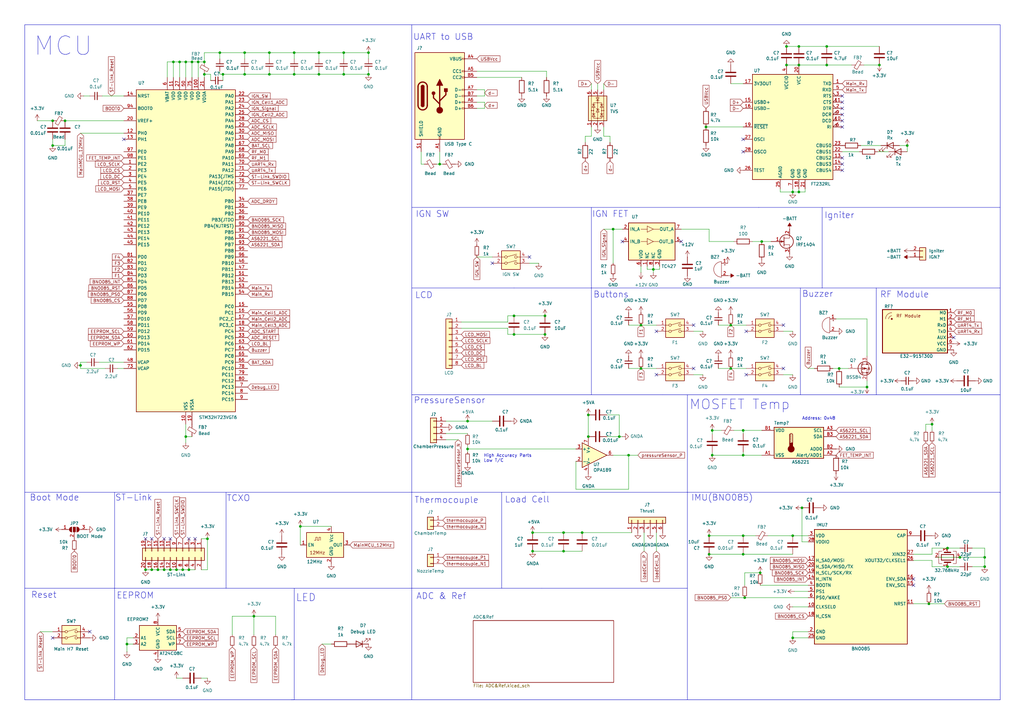
<source format=kicad_sch>
(kicad_sch (version 20250114) (generator "eeschema") (generator_version "9.0")
  (paper "A3")
  (title_block (title "MCU") (date "2024-09-07") (rev "2.0"))
  (lib_symbols
    (symbol "+5VA_2" (power) (pin_numbers (hide yes)) (pin_names (offset 0) (hide yes))
      (property "Value" "+5VA" (at 0 3.556 0))
      (symbol "+5VA_2_1_1"
        (pin power_in line (at 0 0 90) (length 0) (name "~") (number "1"))
      )
    )
    (symbol "AS6221:AS6221"
      (property "Reference" "U" (at -10.16 8.89 0))
      (property "Value" "AS6221" (at 0 -7.62 0))
      (symbol "AS6221_1_1"
        (pin input line (at -16.51 6.35 0) (length 5.08) (name "VDD") (number "B1"))
        (pin input line (at -16.51 -3.81 0) (length 5.08) (name "VSS") (number "A1"))
        (pin input line (at 13.97 6.35 180) (length 5.08) (name "SCL") (number "A3"))
        (pin input line (at 13.97 3.81 180) (length 5.08) (name "SDA") (number "B3"))
        (pin input line (at 13.97 -1.27 180) (length 5.08) (name "ADD0") (number "B2"))
        (pin input line (at 13.97 -3.81 180) (length 5.08) (name "Alert/ADD1") (number "A2"))
      )
    )
    (symbol "Connector:USB_C_Receptacle_USB2.0_14P" (pin_names (offset 1.016))
      (property "Reference" "J" (at 0 22.225 0))
      (property "Value" "USB_C_Receptacle_USB2.0_14P" (at 0 19.685 0))
      (symbol "USB_C_Receptacle_USB2.0_14P_1_1"
        (pin passive line (at -7.62 -22.86 90) (length 5.08) (name "SHIELD") (number "S1"))
        (pin passive line (at 0 -22.86 90) (length 5.08) (name "GND") (number "A1"))
        (pin passive line (at 0 -22.86 90) (length 5.08) (hide yes) (name "GND") (number "A12"))
        (pin passive line (at 0 -22.86 90) (length 5.08) (hide yes) (name "GND") (number "B1"))
        (pin passive line (at 0 -22.86 90) (length 5.08) (hide yes) (name "GND") (number "B12"))
        (pin passive line (at 15.24 15.24 180) (length 5.08) (name "VBUS") (number "A4"))
        (pin passive line (at 15.24 15.24 180) (length 5.08) (hide yes) (name "VBUS") (number "A9"))
        (pin passive line (at 15.24 15.24 180) (length 5.08) (hide yes) (name "VBUS") (number "B4"))
        (pin passive line (at 15.24 15.24 180) (length 5.08) (hide yes) (name "VBUS") (number "B9"))
        (pin bidirectional line (at 15.24 10.16 180) (length 5.08) (name "CC1") (number "A5"))
        (pin bidirectional line (at 15.24 7.62 180) (length 5.08) (name "CC2") (number "B5"))
        (pin bidirectional line (at 15.24 2.54 180) (length 5.08) (name "D-") (number "A7"))
        (pin bidirectional line (at 15.24 0 180) (length 5.08) (name "D-") (number "B7"))
        (pin bidirectional line (at 15.24 -2.54 180) (length 5.08) (name "D+") (number "A6"))
        (pin bidirectional line (at 15.24 -5.08 180) (length 5.08) (name "D+") (number "B6"))
      )
    )
    (symbol "Connector_Generic:Conn_01x02" (pin_names (offset 1.016) (hide yes))
      (property "Reference" "J" (at 0 2.54 0))
      (property "Value" "Conn_01x02" (at 0 -5.08 0))
      (symbol "Conn_01x02_1_1"
        (pin passive line (at -5.08 0 0) (length 3.81) (name "Pin_1") (number "1"))
        (pin passive line (at -5.08 -2.54 0) (length 3.81) (name "Pin_2") (number "2"))
      )
    )
    (symbol "Connector_Generic:Conn_01x04" (pin_names (offset 1.016) (hide yes))
      (property "Reference" "J" (at 0 5.08 0))
      (property "Value" "Conn_01x04" (at 0 -7.62 0))
      (symbol "Conn_01x04_1_1"
        (pin passive line (at -5.08 2.54 0) (length 3.81) (name "Pin_1") (number "1"))
        (pin passive line (at -5.08 0 0) (length 3.81) (name "Pin_2") (number "2"))
        (pin passive line (at -5.08 -2.54 0) (length 3.81) (name "Pin_3") (number "3"))
        (pin passive line (at -5.08 -5.08 0) (length 3.81) (name "Pin_4") (number "4"))
      )
    )
    (symbol "Connector_Generic:Conn_01x06" (pin_names (offset 1.016) (hide yes))
      (property "Reference" "J" (at 0 7.62 0))
      (property "Value" "Conn_01x06" (at 0 -10.16 0))
      (symbol "Conn_01x06_1_1"
        (pin passive line (at -5.08 5.08 0) (length 3.81) (name "Pin_1") (number "1"))
        (pin passive line (at -5.08 2.54 0) (length 3.81) (name "Pin_2") (number "2"))
        (pin passive line (at -5.08 0 0) (length 3.81) (name "Pin_3") (number "3"))
        (pin passive line (at -5.08 -2.54 0) (length 3.81) (name "Pin_4") (number "4"))
        (pin passive line (at -5.08 -5.08 0) (length 3.81) (name "Pin_5") (number "5"))
        (pin passive line (at -5.08 -7.62 0) (length 3.81) (name "Pin_6") (number "6"))
      )
    )
    (symbol "Connector_Generic:Conn_01x08" (pin_names (offset 1.016) (hide yes))
      (property "Reference" "J" (at 0 10.16 0))
      (property "Value" "Conn_01x08" (at 0 -12.7 0))
      (symbol "Conn_01x08_1_1"
        (pin passive line (at -5.08 7.62 0) (length 3.81) (name "Pin_1") (number "1"))
        (pin passive line (at -5.08 5.08 0) (length 3.81) (name "Pin_2") (number "2"))
        (pin passive line (at -5.08 2.54 0) (length 3.81) (name "Pin_3") (number "3"))
        (pin passive line (at -5.08 0 0) (length 3.81) (name "Pin_4") (number "4"))
        (pin passive line (at -5.08 -2.54 0) (length 3.81) (name "Pin_5") (number "5"))
        (pin passive line (at -5.08 -5.08 0) (length 3.81) (name "Pin_6") (number "6"))
        (pin passive line (at -5.08 -7.62 0) (length 3.81) (name "Pin_7") (number "7"))
        (pin passive line (at -5.08 -10.16 0) (length 3.81) (name "Pin_8") (number "8"))
      )
    )
    (symbol "Connector_Generic:Conn_02x10_Odd_Even" (pin_names (offset 1.016) (hide yes))
      (property "Reference" "J" (at 1.27 12.7 0))
      (property "Value" "Conn_02x10_Odd_Even" (at 1.27 -15.24 0))
      (symbol "Conn_02x10_Odd_Even_1_1"
        (pin passive line (at -5.08 10.16 0) (length 3.81) (name "Pin_1") (number "1"))
        (pin passive line (at -5.08 7.62 0) (length 3.81) (name "Pin_3") (number "3"))
        (pin passive line (at -5.08 5.08 0) (length 3.81) (name "Pin_5") (number "5"))
        (pin passive line (at -5.08 2.54 0) (length 3.81) (name "Pin_7") (number "7"))
        (pin passive line (at -5.08 0 0) (length 3.81) (name "Pin_9") (number "9"))
        (pin passive line (at -5.08 -2.54 0) (length 3.81) (name "Pin_11") (number "11"))
        (pin passive line (at -5.08 -5.08 0) (length 3.81) (name "Pin_13") (number "13"))
        (pin passive line (at -5.08 -7.62 0) (length 3.81) (name "Pin_15") (number "15"))
        (pin passive line (at -5.08 -10.16 0) (length 3.81) (name "Pin_17") (number "17"))
        (pin passive line (at -5.08 -12.7 0) (length 3.81) (name "Pin_19") (number "19"))
        (pin passive line (at 7.62 10.16 180) (length 3.81) (name "Pin_2") (number "2"))
        (pin passive line (at 7.62 7.62 180) (length 3.81) (name "Pin_4") (number "4"))
        (pin passive line (at 7.62 5.08 180) (length 3.81) (name "Pin_6") (number "6"))
        (pin passive line (at 7.62 2.54 180) (length 3.81) (name "Pin_8") (number "8"))
        (pin passive line (at 7.62 0 180) (length 3.81) (name "Pin_10") (number "10"))
        (pin passive line (at 7.62 -2.54 180) (length 3.81) (name "Pin_12") (number "12"))
        (pin passive line (at 7.62 -5.08 180) (length 3.81) (name "Pin_14") (number "14"))
        (pin passive line (at 7.62 -7.62 180) (length 3.81) (name "Pin_16") (number "16"))
        (pin passive line (at 7.62 -10.16 180) (length 3.81) (name "Pin_18") (number "18"))
        (pin passive line (at 7.62 -12.7 180) (length 3.81) (name "Pin_20") (number "20"))
      )
    )
    (symbol "DC-EL-ADC-Module-rescue:OPA188xxD-Amplifier_Operational-DC-Electronic-Load-rescue-DC-Electronic-Load-rescue-DC-Electronic-Load-rescue-DC-Electronic-Load-rescue-DC-Electronic-Load-rescue-DC-Electronic-Load-rescue-DC-Electronic-Load-rescue-DC-Electronic-Load-rescue-DC-Electronic-Load-rescue-DC-Electronic-Load-rescue-DC-Electronic-Load-rescue-DC-Electronic-Load-rescue-DC-Electronic-Load-rescue-DC-Electronic-Load-rescue-DC-Electronic-Load-rescue-DC-Electronic-Load-rescue-DC-Electronic-Load-rescue-DC-Electronic-Load-rescue-DC-Electronic-Load-rescue-DC-Electronic-Load-rescue-DC-Electronic-Load-rescue-DC-Electronic-Load-rescue-DC-Electronic-Load-rescue-DC-Electronic-Load-rescue-DC-Electronic-Load-rescue-DC-Electronic-Load-rescue-DC-Electronic-Load-rescue-DC-Electronic-Load-rescue-DC-Electronic-Load-rescue-DC-Electronic-Load-rescue-DC-Electronic-Load-rescue-DC-Electronic-Load-rescue-DC-Electronic-Load-rescue-DC-Electronic-Load-rescue-DC-Electronic-Load-rescue" (pin_names (offset 0.127))
      (property "Reference" "U" (at 0 6.35 0))
      (property "Value" "OPA188xxD-Amplifier_Operational-DC-Electronic-Load-rescue-DC-Electronic-Load-rescue-DC-Electronic-Load-rescue-DC-Electronic-Load-rescue-DC-Electronic-Load-rescue-DC-Electronic-Load-rescue-DC-Electronic-Load-rescue-DC-Electronic-Load-rescue-DC-Electronic-Load-rescue-DC-Electronic-Load-rescue-DC-Electronic-Load-rescue-DC-Electronic-Load-rescue-DC-Electronic-Load-rescue-DC-Electronic-Load-rescue-DC-Electronic-Load-rescue-DC-Electronic-Load-rescue-DC-Electronic-Load-rescue-DC-Electronic-Load-rescue-DC-Electronic-Load-rescue-DC-Electronic-Load-rescue-DC-Electronic-Load-rescue-DC-Electronic-Load-rescue-DC-Electronic-Load-rescue-DC-Electronic-Load-rescue-DC-Electronic-Load-rescue-DC-Electronic-Load-rescue-DC-Electronic-Load-rescue-DC-Electronic-Load-rescue-DC-Electronic-Load-rescue-DC-Electronic-Load-rescue-DC-Electronic-Load-rescue-DC-Electronic-Load-rescue-DC-Electronic-Load-rescue-DC-Electronic-Load-rescue-DC-Electronic-Load-rescue" (at 0 3.81 0))
      (symbol "OPA188xxD-Amplifier_Operational-DC-Electronic-Load-rescue-DC-Electronic-Load-rescue-DC-Electronic-Load-rescue-DC-Electronic-Load-rescue-DC-Electronic-Load-rescue-DC-Electronic-Load-rescue-DC-Electronic-Load-rescue-DC-Electronic-Load-rescue-DC-Electronic-Load-rescue-DC-Electronic-Load-rescue-DC-Electronic-Load-rescue-DC-Electronic-Load-rescue-DC-Electronic-Load-rescue-DC-Electronic-Load-rescue-DC-Electronic-Load-rescue-DC-Electronic-Load-rescue-DC-Electronic-Load-rescue-DC-Electronic-Load-rescue-DC-Electronic-Load-rescue-DC-Electronic-Load-rescue-DC-Electronic-Load-rescue-DC-Electronic-Load-rescue-DC-Electronic-Load-rescue-DC-Electronic-Load-rescue-DC-Electronic-Load-rescue-DC-Electronic-Load-rescue-DC-Electronic-Load-rescue-DC-Electronic-Load-rescue-DC-Electronic-Load-rescue-DC-Electronic-Load-rescue-DC-Electronic-Load-rescue-DC-Electronic-Load-rescue-DC-Electronic-Load-rescue-DC-Electronic-Load-rescue-DC-Electronic-Load-rescue_1_1"
        (pin input line (at -7.62 2.54 0) (length 2.54) (name "+") (number "3"))
        (pin input line (at -7.62 -2.54 0) (length 2.54) (name "-") (number "2"))
        (pin power_in line (at -2.54 7.62 270) (length 3.81) (name "V+") (number "7"))
        (pin no_connect line (at -2.54 2.54 270) (length 2.54) (hide yes) (name "NC") (number "1"))
        (pin power_in line (at -2.54 -7.62 90) (length 3.81) (name "V-") (number "4"))
        (pin no_connect line (at 0 2.54 270) (length 2.54) (hide yes) (name "NC") (number "5"))
        (pin no_connect line (at 0 -2.54 90) (length 2.54) (hide yes) (name "NC") (number "8"))
        (pin output line (at 7.62 0 180) (length 2.54) (name "~") (number "6"))
      )
    )
    (symbol "Device:Buzzer" (pin_names (offset 0.0254) (hide yes))
      (property "Reference" "BZ" (at 3.81 1.27 0))
      (property "Value" "Buzzer" (at 3.81 -1.27 0))
      (symbol "Buzzer_1_1"
        (pin passive line (at -2.54 2.54 0) (length 2.54) (name "-") (number "1"))
        (pin passive line (at -2.54 -2.54 0) (length 2.54) (name "+") (number "2"))
      )
    )
    (symbol "Device:C" (pin_numbers (hide yes)) (pin_names (offset 0.254))
      (property "Reference" "C" (at 0.635 2.54 0))
      (property "Value" "C" (at 0.635 -2.54 0))
      (symbol "C_1_1"
        (pin passive line (at 0 3.81 270) (length 2.794) (name "~") (number "1"))
        (pin passive line (at 0 -3.81 90) (length 2.794) (name "~") (number "2"))
      )
    )
    (symbol "Device:C_Small" (pin_numbers (hide yes)) (pin_names (offset 0.254) (hide yes))
      (property "Reference" "C" (at 0.254 1.778 0))
      (property "Value" "C_Small" (at 0.254 -2.032 0))
      (symbol "C_Small_1_1"
        (pin passive line (at 0 2.54 270) (length 2.032) (name "~") (number "1"))
        (pin passive line (at 0 -2.54 90) (length 2.032) (name "~") (number "2"))
      )
    )
    (symbol "Device:Crystal_GND24" (pin_names (offset 1.016) (hide yes))
      (property "Reference" "Y" (at 3.175 5.08 0))
      (property "Value" "Crystal_GND24" (at 3.175 3.175 0))
      (symbol "Crystal_GND24_1_1"
        (pin passive line (at -3.81 0 0) (length 1.27) (name "1") (number "1"))
        (pin passive line (at 0 5.08 270) (length 1.27) (name "2") (number "2"))
        (pin passive line (at 0 -5.08 90) (length 1.27) (name "4") (number "4"))
        (pin passive line (at 3.81 0 180) (length 1.27) (name "3") (number "3"))
      )
    )
    (symbol "Device:FerriteBead_Small" (pin_numbers (hide yes)) (pin_names (offset 0))
      (property "Reference" "FB" (at 1.905 1.27 0))
      (property "Value" "FerriteBead_Small" (at 1.905 -1.27 0))
      (symbol "FerriteBead_Small_1_1"
        (pin passive line (at 0 2.54 270) (length 1.27) (name "~") (number "1"))
        (pin passive line (at 0 -2.54 90) (length 1.27) (name "~") (number "2"))
      )
    )
    (symbol "Device:LED" (pin_numbers (hide yes)) (pin_names (offset 1.016) (hide yes))
      (property "Reference" "D" (at 0 2.54 0))
      (property "Value" "LED" (at 0 -2.54 0))
      (symbol "LED_1_1"
        (pin passive line (at -3.81 0 0) (length 2.54) (name "K") (number "1"))
        (pin passive line (at 3.81 0 180) (length 2.54) (name "A") (number "2"))
      )
    )
    (symbol "Device:Q_NJFET_GDS" (pin_names (offset 0) (hide yes))
      (property "Reference" "Q" (at 5.08 1.27 0))
      (property "Value" "Q_NJFET_GDS" (at 5.08 -1.27 0))
      (symbol "Q_NJFET_GDS_1_1"
        (pin input line (at -5.08 0 0) (length 5.334) (name "G") (number "1"))
        (pin passive line (at 2.54 5.08 270) (length 2.54) (name "D") (number "2"))
        (pin passive line (at 2.54 -5.08 90) (length 2.54) (name "S") (number "3"))
      )
    )
    (symbol "Device:Q_PMOS_GSD" (pin_names (offset 0) (hide yes))
      (property "Reference" "Q" (at 5.08 1.27 0))
      (property "Value" "Q_PMOS_GSD" (at 5.08 -1.27 0))
      (symbol "Q_PMOS_GSD_1_1"
        (pin input line (at -5.08 0 0) (length 2.54) (name "G") (number "1"))
        (pin passive line (at 2.54 5.08 270) (length 2.54) (name "D") (number "3"))
        (pin passive line (at 2.54 -5.08 90) (length 2.54) (name "S") (number "2"))
      )
    )
    (symbol "Device:R" (pin_numbers (hide yes)) (pin_names (offset 0))
      (property "Reference" "R" (at 2.032 0 90))
      (property "Value" "R" (at 0 0 90))
      (symbol "R_1_1"
        (pin passive line (at 0 3.81 270) (length 1.27) (name "~") (number "1"))
        (pin passive line (at 0 -3.81 90) (length 1.27) (name "~") (number "2"))
      )
    )
    (symbol "Device:R_Small" (pin_numbers (hide yes)) (pin_names (offset 0.254) (hide yes))
      (property "Reference" "R" (at 0.762 0.508 0))
      (property "Value" "R_Small" (at 0.762 -1.016 0))
      (symbol "R_Small_1_1"
        (pin passive line (at 0 2.54 270) (length 0.762) (name "~") (number "1"))
        (pin passive line (at 0 -2.54 90) (length 0.762) (name "~") (number "2"))
      )
    )
    (symbol "GNDA_1" (power) (pin_numbers (hide yes)) (pin_names (offset 0) (hide yes))
      (property "Value" "GNDA" (at 0 -3.81 0))
      (symbol "GNDA_1_1_1"
        (pin power_in line (at 0 0 270) (length 0) (name "~") (number "1"))
      )
    )
    (symbol "Interface_USB:FT232RL"
      (property "Reference" "U" (at -16.51 22.86 0))
      (property "Value" "FT232RL" (at 10.16 22.86 0))
      (symbol "FT232RL_1_1"
        (pin power_out line (at -20.32 17.78 0) (length 3.81) (name "3V3OUT") (number "17"))
        (pin bidirectional line (at -20.32 10.16 0) (length 3.81) (name "USBD+") (number "15"))
        (pin bidirectional line (at -20.32 7.62 0) (length 3.81) (name "USBD-") (number "16"))
        (pin input line (at -20.32 0 0) (length 3.81) (name "~{RESET}") (number "19"))
        (pin input line (at -20.32 -5.08 0) (length 3.81) (name "OSCI") (number "27"))
        (pin output line (at -20.32 -10.16 0) (length 3.81) (name "OSCO") (number "28"))
        (pin input line (at -20.32 -17.78 0) (length 3.81) (name "TEST") (number "26"))
        (pin power_in line (at -5.08 -25.4 90) (length 3.81) (name "AGND") (number "25"))
        (pin power_in line (at -2.54 25.4 270) (length 3.81) (name "VCCIO") (number "4"))
        (pin power_in line (at 0 -25.4 90) (length 3.81) (name "GND") (number "7"))
        (pin power_in line (at 2.54 25.4 270) (length 3.81) (name "VCC") (number "20"))
        (pin power_in line (at 2.54 -25.4 90) (length 3.81) (name "GND") (number "18"))
        (pin power_in line (at 5.08 -25.4 90) (length 3.81) (name "GND") (number "21"))
        (pin output line (at 20.32 17.78 180) (length 3.81) (name "TXD") (number "1"))
        (pin input line (at 20.32 15.24 180) (length 3.81) (name "RXD") (number "5"))
        (pin output output_low (at 20.32 12.7 180) (length 3.81) (name "RTS") (number "3"))
        (pin input input_low (at 20.32 10.16 180) (length 3.81) (name "CTS") (number "11"))
        (pin output output_low (at 20.32 7.62 180) (length 3.81) (name "DTR") (number "2"))
        (pin input input_low (at 20.32 5.08 180) (length 3.81) (name "DCR") (number "9"))
        (pin input input_low (at 20.32 2.54 180) (length 3.81) (name "DCD") (number "10"))
        (pin input input_low (at 20.32 0 180) (length 3.81) (name "RI") (number "6"))
        (pin bidirectional line (at 20.32 -7.62 180) (length 3.81) (name "CBUS0") (number "23"))
        (pin bidirectional line (at 20.32 -10.16 180) (length 3.81) (name "CBUS1") (number "22"))
        (pin bidirectional line (at 20.32 -12.7 180) (length 3.81) (name "CBUS2") (number "13"))
        (pin bidirectional line (at 20.32 -15.24 180) (length 3.81) (name "CBUS3") (number "14"))
        (pin bidirectional line (at 20.32 -17.78 180) (length 3.81) (name "CBUS4") (number "12"))
      )
    )
    (symbol "Jumper:SolderJumper_3_Open" (pin_names (offset 0) (hide yes)) (exclude_from_sim yes) (in_bom no)
      (property "Reference" "JP" (at -2.54 -2.54 0))
      (property "Value" "SolderJumper_3_Open" (at 0 2.794 0))
      (symbol "SolderJumper_3_Open_1_1"
        (pin passive line (at -5.08 0 0) (length 2.54) (name "A") (number "1"))
        (pin passive line (at 0 -3.81 90) (length 2.54) (name "C") (number "2"))
        (pin passive line (at 5.08 0 180) (length 2.54) (name "B") (number "3"))
      )
    )
    (symbol "MCU_ST_STM32H7:STM32H723VGTx"
      (property "Reference" "U" (at -20.32 67.31 0))
      (property "Value" "STM32H723VGTx" (at 10.16 67.31 0))
      (symbol "STM32H723VGTx_1_1"
        (pin input line (at -25.4 63.5 0) (length 5.08) (name "NRST") (number "14"))
        (pin input line (at -25.4 58.42 0) (length 5.08) (name "BOOT0") (number "94"))
        (pin input line (at -25.4 53.34 0) (length 5.08) (name "VREF+") (number "20"))
        (pin bidirectional line (at -25.4 48.26 0) (length 5.08) (name "PH0") (number "12"))
        (pin bidirectional line (at -25.4 45.72 0) (length 5.08) (name "PH1") (number "13"))
        (pin bidirectional line (at -25.4 40.64 0) (length 5.08) (name "PE0") (number "97"))
        (pin bidirectional line (at -25.4 38.1 0) (length 5.08) (name "PE1") (number "98"))
        (pin bidirectional line (at -25.4 35.56 0) (length 5.08) (name "PE2") (number "1"))
        (pin bidirectional line (at -25.4 33.02 0) (length 5.08) (name "PE3") (number "2"))
        (pin bidirectional line (at -25.4 30.48 0) (length 5.08) (name "PE4") (number "3"))
        (pin bidirectional line (at -25.4 27.94 0) (length 5.08) (name "PE5") (number "4"))
        (pin bidirectional line (at -25.4 25.4 0) (length 5.08) (name "PE6") (number "5"))
        (pin bidirectional line (at -25.4 22.86 0) (length 5.08) (name "PE7") (number "37"))
        (pin bidirectional line (at -25.4 20.32 0) (length 5.08) (name "PE8") (number "38"))
        (pin bidirectional line (at -25.4 17.78 0) (length 5.08) (name "PE9") (number "39"))
        (pin bidirectional line (at -25.4 15.24 0) (length 5.08) (name "PE10") (number "40"))
        (pin bidirectional line (at -25.4 12.7 0) (length 5.08) (name "PE11") (number "41"))
        (pin bidirectional line (at -25.4 10.16 0) (length 5.08) (name "PE12") (number "42"))
        (pin bidirectional line (at -25.4 7.62 0) (length 5.08) (name "PE13") (number "43"))
        (pin bidirectional line (at -25.4 5.08 0) (length 5.08) (name "PE14") (number "44"))
        (pin bidirectional line (at -25.4 2.54 0) (length 5.08) (name "PE15") (number "45"))
        (pin bidirectional line (at -25.4 -2.54 0) (length 5.08) (name "PD0") (number "81"))
        (pin bidirectional line (at -25.4 -5.08 0) (length 5.08) (name "PD1") (number "82"))
        (pin bidirectional line (at -25.4 -7.62 0) (length 5.08) (name "PD2") (number "83"))
        (pin bidirectional line (at -25.4 -10.16 0) (length 5.08) (name "PD3") (number "84"))
        (pin bidirectional line (at -25.4 -12.7 0) (length 5.08) (name "PD4") (number "85"))
        (pin bidirectional line (at -25.4 -15.24 0) (length 5.08) (name "PD5") (number "86"))
        (pin bidirectional line (at -25.4 -17.78 0) (length 5.08) (name "PD6") (number "87"))
        (pin bidirectional line (at -25.4 -20.32 0) (length 5.08) (name "PD7") (number "88"))
        (pin bidirectional line (at -25.4 -22.86 0) (length 5.08) (name "PD8") (number "55"))
        (pin bidirectional line (at -25.4 -25.4 0) (length 5.08) (name "PD9") (number "56"))
        (pin bidirectional line (at -25.4 -27.94 0) (length 5.08) (name "PD10") (number "57"))
        (pin bidirectional line (at -25.4 -30.48 0) (length 5.08) (name "PD11") (number "58"))
        (pin bidirectional line (at -25.4 -33.02 0) (length 5.08) (name "PD12") (number "59"))
        (pin bidirectional line (at -25.4 -35.56 0) (length 5.08) (name "PD13") (number "60"))
        (pin bidirectional line (at -25.4 -38.1 0) (length 5.08) (name "PD14") (number "61"))
        (pin bidirectional line (at -25.4 -40.64 0) (length 5.08) (name "PD15") (number "62"))
        (pin power_out line (at -25.4 -45.72 0) (length 5.08) (name "VCAP") (number "48"))
        (pin power_out line (at -25.4 -48.26 0) (length 5.08) (name "VCAP") (number "73"))
        (pin power_in line (at -7.62 71.12 270) (length 5.08) (name "VBAT") (number "6"))
        (pin power_in line (at -5.08 71.12 270) (length 5.08) (name "VDD") (number "11"))
        (pin power_in line (at -2.54 71.12 270) (length 5.08) (name "VDD") (number "27"))
        (pin power_in line (at 0 71.12 270) (length 5.08) (name "VDD") (number "50"))
        (pin power_in line (at 0 -71.12 90) (length 5.08) (name "VSS") (number "10"))
        (pin passive line (at 0 -71.12 90) (length 5.08) (hide yes) (name "VSS") (number "26"))
        (pin passive line (at 0 -71.12 90) (length 5.08) (hide yes) (name "VSS") (number "49"))
        (pin passive line (at 0 -71.12 90) (length 5.08) (hide yes) (name "VSS") (number "74"))
        (pin passive line (at 0 -71.12 90) (length 5.08) (hide yes) (name "VSS") (number "99"))
        (pin power_in line (at 2.54 71.12 270) (length 5.08) (name "VDD") (number "75"))
        (pin power_in line (at 2.54 -71.12 90) (length 5.08) (name "VSSA") (number "19"))
        (pin power_in line (at 5.08 71.12 270) (length 5.08) (name "VDD") (number "100"))
        (pin power_in line (at 7.62 71.12 270) (length 5.08) (name "VDDA") (number "21"))
        (pin bidirectional line (at 25.4 63.5 180) (length 5.08) (name "PA0") (number "22"))
        (pin bidirectional line (at 25.4 60.96 180) (length 5.08) (name "PA1") (number "23"))
        (pin bidirectional line (at 25.4 58.42 180) (length 5.08) (name "PA2") (number "24"))
        (pin bidirectional line (at 25.4 55.88 180) (length 5.08) (name "PA3") (number "25"))
        (pin bidirectional line (at 25.4 53.34 180) (length 5.08) (name "PA4") (number "28"))
        (pin bidirectional line (at 25.4 50.8 180) (length 5.08) (name "PA5") (number "29"))
        (pin bidirectional line (at 25.4 48.26 180) (length 5.08) (name "PA6") (number "30"))
        (pin bidirectional line (at 25.4 45.72 180) (length 5.08) (name "PA7") (number "31"))
        (pin bidirectional line (at 25.4 43.18 180) (length 5.08) (name "PA8") (number "67"))
        (pin bidirectional line (at 25.4 40.64 180) (length 5.08) (name "PA9") (number "68"))
        (pin bidirectional line (at 25.4 38.1 180) (length 5.08) (name "PA10") (number "69"))
        (pin bidirectional line (at 25.4 35.56 180) (length 5.08) (name "PA11") (number "70"))
        (pin bidirectional line (at 25.4 33.02 180) (length 5.08) (name "PA12") (number "71"))
        (pin bidirectional line (at 25.4 30.48 180) (length 5.08) (name "PA13(JTMS") (number "72"))
        (pin bidirectional line (at 25.4 27.94 180) (length 5.08) (name "PA14(JTCK") (number "76"))
        (pin bidirectional line (at 25.4 25.4 180) (length 5.08) (name "PA15(JTDI)") (number "77"))
        (pin bidirectional line (at 25.4 20.32 180) (length 5.08) (name "PB0") (number "34"))
        (pin bidirectional line (at 25.4 17.78 180) (length 5.08) (name "PB1") (number "35"))
        (pin bidirectional line (at 25.4 15.24 180) (length 5.08) (name "PB2") (number "36"))
        (pin bidirectional line (at 25.4 12.7 180) (length 5.08) (name "PB3(JTDO") (number "89"))
        (pin bidirectional line (at 25.4 10.16 180) (length 5.08) (name "PB4(NJTRST)") (number "90"))
        (pin bidirectional line (at 25.4 7.62 180) (length 5.08) (name "PB5") (number "91"))
        (pin bidirectional line (at 25.4 5.08 180) (length 5.08) (name "PB6") (number "92"))
        (pin bidirectional line (at 25.4 2.54 180) (length 5.08) (name "PB7") (number "93"))
        (pin bidirectional line (at 25.4 0 180) (length 5.08) (name "PB8") (number "95"))
        (pin bidirectional line (at 25.4 -2.54 180) (length 5.08) (name "PB9") (number "96"))
        (pin bidirectional line (at 25.4 -5.08 180) (length 5.08) (name "PB10") (number "46"))
        (pin bidirectional line (at 25.4 -7.62 180) (length 5.08) (name "PB11") (number "47"))
        (pin bidirectional line (at 25.4 -10.16 180) (length 5.08) (name "PB12") (number "51"))
        (pin bidirectional line (at 25.4 -12.7 180) (length 5.08) (name "PB13") (number "52"))
        (pin bidirectional line (at 25.4 -15.24 180) (length 5.08) (name "PB14") (number "53"))
        (pin bidirectional line (at 25.4 -17.78 180) (length 5.08) (name "PB15") (number "54"))
        (pin bidirectional line (at 25.4 -22.86 180) (length 5.08) (name "PC0") (number "15"))
        (pin bidirectional line (at 25.4 -25.4 180) (length 5.08) (name "PC1") (number "16"))
        (pin bidirectional line (at 25.4 -27.94 180) (length 5.08) (name "PC2_C") (number "17"))
        (pin bidirectional line (at 25.4 -30.48 180) (length 5.08) (name "PC3_C") (number "18"))
        (pin bidirectional line (at 25.4 -33.02 180) (length 5.08) (name "PC4") (number "32"))
        (pin bidirectional line (at 25.4 -35.56 180) (length 5.08) (name "PC5") (number "33"))
        (pin bidirectional line (at 25.4 -38.1 180) (length 5.08) (name "PC6") (number "63"))
        (pin bidirectional line (at 25.4 -40.64 180) (length 5.08) (name "PC7") (number "64"))
        (pin bidirectional line (at 25.4 -43.18 180) (length 5.08) (name "PC8") (number "65"))
        (pin bidirectional line (at 25.4 -45.72 180) (length 5.08) (name "PC9") (number "66"))
        (pin bidirectional line (at 25.4 -48.26 180) (length 5.08) (name "PC10") (number "78"))
        (pin bidirectional line (at 25.4 -50.8 180) (length 5.08) (name "PC11") (number "79"))
        (pin bidirectional line (at 25.4 -53.34 180) (length 5.08) (name "PC12") (number "80"))
        (pin bidirectional line (at 25.4 -55.88 180) (length 5.08) (name "PC13") (number "7"))
        (pin bidirectional line (at 25.4 -58.42 180) (length 5.08) (name "PC14") (number "8"))
        (pin bidirectional line (at 25.4 -60.96 180) (length 5.08) (name "PC15") (number "9"))
      )
    )
    (symbol "MY_CLK:TCXO-12MHz_3OUT"
      (property "Reference" "U" (at -6.35 7.62 0))
      (property "Value" "TCXO-12MHz_3OUT" (at 0 -11.43 0))
      (symbol "TCXO-12MHz_3OUT_0_0"
        (text "12MHz" (at -3.175 -3.175 0) (effects (font (size 1.27 1.27))))
      )
      (symbol "TCXO-12MHz_3OUT_1_1"
        (pin input line (at -10.16 0 0) (length 2.54) (name "EN") (number "1"))
        (pin power_in line (at 2.54 7.62 270) (length 2.54) (name "Vcc") (number "4"))
        (pin power_in line (at 2.54 -7.62 90) (length 2.54) (name "GND") (number "2"))
        (pin output line (at 10.16 0 180) (length 2.54) (name "OUT") (number "3"))
      )
    )
    (symbol "MY_IMU:BNO08x"
      (property "Reference" "IMU" (at -16.51 26.67 0))
      (property "Value" "BNO08x" (at 0 -25.4 0))
      (symbol "BNO08x_1_1"
        (pin input line (at -21.59 21.59 0) (length 2.54) (name "VDD") (number "3"))
        (pin input line (at -21.59 19.05 0) (length 2.54) (name "VDDIO") (number "28"))
        (pin input line (at -21.59 11.43 0) (length 2.54) (name "H_SA0/MOSI") (number "17"))
        (pin input line (at -21.59 8.89 0) (length 2.54) (name "H_SDA/MISO/TX") (number "20"))
        (pin input line (at -21.59 6.35 0) (length 2.54) (name "H_SCL/SCK/RX") (number "19"))
        (pin input line (at -21.59 3.81 0) (length 2.54) (name "H_INTN") (number "14"))
        (pin input line (at -21.59 1.27 0) (length 2.54) (name "BOOTN") (number "4"))
        (pin input line (at -21.59 -1.27 0) (length 2.54) (name "PS1") (number "5"))
        (pin input line (at -21.59 -3.81 0) (length 2.54) (name "PS0/WAKE") (number "6"))
        (pin input line (at -21.59 -7.62 0) (length 2.54) (name "CLKSEL0") (number "10"))
        (pin input line (at -21.59 -11.43 0) (length 2.54) (name "H_CSN") (number "18"))
        (pin input line (at -21.59 -17.78 0) (length 2.54) (name "GND") (number "2"))
        (pin input line (at -21.59 -20.32 0) (length 2.54) (name "GND") (number "25"))
        (pin input line (at 21.59 21.59 180) (length 2.54) (name "CAP") (number "9"))
        (pin input line (at 21.59 13.97 180) (length 2.54) (name "XIN32") (number "27"))
        (pin input line (at 21.59 11.43 180) (length 2.54) (name "XOUT32/CLKSEL1") (number "26"))
        (pin input line (at 21.59 3.81 180) (length 2.54) (name "ENV_SDA") (number "16"))
        (pin input line (at 21.59 1.27 180) (length 2.54) (name "ENV_SCL") (number "15"))
        (pin input line (at 21.59 -6.35 180) (length 2.54) (name "NRST") (number "11"))
      )
    )
    (symbol "MY_PMIC:TC427"
      (property "Reference" "U" (at -7.62 8.89 0))
      (property "Value" "TC427" (at 8.89 -10.16 0))
      (symbol "TC427_1_1"
        (pin input line (at -11.43 5.08 0) (length 2.54) (name "IN_A") (number "2"))
        (pin input line (at -11.43 0 0) (length 2.54) (name "IN_B") (number "4"))
        (pin power_in line (at -3.81 -10.16 90) (length 2.54) (name "VDD") (number "6"))
        (pin input line (at -1.27 -10.16 90) (length 2.54) (name "NC") (number "1"))
        (pin input line (at 1.27 -10.16 90) (length 2.54) (name "NC") (number "8"))
        (pin power_in line (at 3.81 -10.16 90) (length 2.54) (name "GND") (number "3"))
        (pin output line (at 12.7 5.08 180) (length 2.54) (name "OUT_A") (number "7"))
        (pin output line (at 12.7 0 180) (length 2.54) (name "OUT_B") (number "5"))
      )
    )
    (symbol "MY_RF:E32-xxxTxxD"
      (property "Reference" "RF" (at -11.938 10.668 0))
      (property "Value" "E32-xxxTxxD" (at -0.254 -11.176 0))
      (symbol "E32-xxxTxxD_1_1"
        (text "RF Module" (at -3.302 6.35 0) (effects (font (size 1.27 1.27))))
        (pin no_connect line (at -16.51 1.27 0) (length 2.54) (hide yes) (name "FixingHole") (number "8"))
        (pin no_connect line (at -16.51 -1.27 0) (length 2.54) (hide yes) (name "FixingHole") (number "9"))
        (pin no_connect line (at -16.51 -3.81 0) (length 2.54) (hide yes) (name "FixingHole") (number "10"))
        (pin no_connect line (at -16.51 -6.35 0) (length 2.54) (hide yes) (name "FixingHole") (number "11"))
        (pin input line (at 15.24 7.62 180) (length 2.54) (name "M0") (number "1"))
        (pin input line (at 15.24 5.08 180) (length 2.54) (name "M1") (number "2"))
        (pin input line (at 15.24 2.54 180) (length 2.54) (name "RxD") (number "3"))
        (pin input line (at 15.24 0 180) (length 2.54) (name "TxD") (number "4"))
        (pin input line (at 15.24 -2.54 180) (length 2.54) (name "AUX") (number "5"))
        (pin input line (at 15.24 -5.08 180) (length 2.54) (name "VCC") (number "6"))
        (pin input line (at 15.24 -7.62 180) (length 2.54) (name "GND") (number "7"))
      )
    )
    (symbol "Memory_EEPROM:AT24CS04-SSHM"
      (property "Reference" "U" (at -7.62 6.35 0))
      (property "Value" "AT24CS04-SSHM" (at 2.54 -6.35 0))
      (symbol "AT24CS04-SSHM_1_1"
        (pin input line (at -10.16 0 0) (length 2.54) (name "A1") (number "2"))
        (pin input line (at -10.16 -2.54 0) (length 2.54) (name "A2") (number "3"))
        (pin no_connect line (at -7.62 2.54 0) (length 2.54) (hide yes) (name "NC") (number "1"))
        (pin power_in line (at 0 7.62 270) (length 2.54) (name "VCC") (number "8"))
        (pin power_in line (at 0 -7.62 90) (length 2.54) (name "GND") (number "4"))
        (pin bidirectional line (at 10.16 2.54 180) (length 2.54) (name "SDA") (number "5"))
        (pin input line (at 10.16 0 180) (length 2.54) (name "SCL") (number "6"))
        (pin input line (at 10.16 -2.54 180) (length 2.54) (name "WP") (number "7"))
      )
    )
    (symbol "Power_Protection:WE-TVS-82400102"
      (property "Reference" "U" (at 0 7.62 0))
      (property "Value" "WE-TVS-82400102" (at 0 5.08 0))
      (symbol "WE-TVS-82400102_1_1"
        (pin passive line (at -7.62 2.54 0) (length 2.54) (name "~") (number "1"))
        (pin passive line (at -7.62 0 0) (length 2.54) (name "~") (number "2"))
        (pin passive line (at -7.62 -2.54 0) (length 2.54) (name "~") (number "3"))
        (pin passive line (at 7.62 2.54 180) (length 2.54) (name "~") (number "6"))
        (pin passive line (at 7.62 0 180) (length 2.54) (name "~") (number "5"))
        (pin passive line (at 7.62 -2.54 180) (length 2.54) (name "~") (number "4"))
      )
    )
    (symbol "Switch:SW_DIP_x02" (pin_names (offset 0) (hide yes))
      (property "Reference" "SW" (at 0 6.35 0))
      (property "Value" "SW_DIP_x02" (at 0 -3.81 0))
      (symbol "SW_DIP_x02_1_1"
        (pin passive line (at -7.62 2.54 0) (length 5.08) (name "~") (number "1"))
        (pin passive line (at -7.62 0 0) (length 5.08) (name "~") (number "2"))
        (pin passive line (at 7.62 2.54 180) (length 5.08) (name "~") (number "4"))
        (pin passive line (at 7.62 0 180) (length 5.08) (name "~") (number "3"))
      )
    )
    (symbol "nixie-cache:GND" (power) (pin_names (offset 0))
      (property "Value" "GND" (at 0 -3.81 0))
      (symbol "GND_1_1"
        (pin power_in line (at 0 0 270) (length 0) (hide yes) (name "GND") (number "1"))
      )
    )
    (symbol "power:+12V" (power) (pin_numbers (hide yes)) (pin_names (offset 0) (hide yes))
      (property "Value" "+12V" (at 0 3.556 0))
      (symbol "+12V_1_1"
        (pin power_in line (at 0 0 90) (length 0) (name "~") (number "1"))
      )
    )
    (symbol "power:+3.3V" (power) (pin_numbers (hide yes)) (pin_names (offset 0) (hide yes))
      (property "Value" "+3.3V" (at 0 3.556 0))
      (symbol "+3.3V_1_1"
        (pin power_in line (at 0 0 90) (length 0) (name "~") (number "1"))
      )
    )
    (symbol "power:+5VA" (power) (pin_numbers (hide yes)) (pin_names (offset 0) (hide yes))
      (property "Value" "+5VA" (at 0 3.556 0))
      (symbol "+5VA_1_1"
        (pin power_in line (at 0 0 90) (length 0) (name "~") (number "1"))
      )
    )
    (symbol "power:+BATT" (power) (pin_numbers (hide yes)) (pin_names (offset 0) (hide yes))
      (property "Value" "+BATT" (at 0 3.556 0))
      (symbol "+BATT_1_1"
        (pin power_in line (at 0 0 90) (length 0) (name "~") (number "1"))
      )
    )
    (symbol "power:-BATT" (power) (pin_numbers (hide yes)) (pin_names (offset 0) (hide yes))
      (property "Value" "-BATT" (at 0 3.556 0))
      (symbol "-BATT_1_1"
        (pin power_in line (at 0 0 90) (length 0) (name "~") (number "1"))
      )
    )
    (symbol "power:GND" (power) (pin_numbers (hide yes)) (pin_names (offset 0) (hide yes))
      (property "Value" "GND" (at 0 -3.81 0))
      (symbol "GND_1_1"
        (pin power_in line (at 0 0 270) (length 0) (name "~") (number "1"))
      )
    )
    (symbol "power:GNDA" (power) (pin_numbers (hide yes)) (pin_names (offset 0) (hide yes))
      (property "Value" "GNDA" (at 0 -3.81 0))
      (symbol "GNDA_1_1"
        (pin power_in line (at 0 0 270) (length 0) (name "~") (number "1"))
      )
    )
  )
  (text "UART to USB" (at 169.418 16.764 0) (effects (font (size 2.54 2.54)) (justify left bottom)))
  (text "LCD" (at 170.18 122.682 0) (effects (font (size 2.54 2.54)) (justify left bottom)))
  (text "Buzzer" (at 328.93 122.174 0) (effects (font (size 2.54 2.54)) (justify left bottom)))
  (text "ADC & Ref" (at 170.688 246.126 0) (effects (font (size 2.54 2.54)) (justify left bottom)))
  (text "Igniter" (at 338.074 89.916 0) (effects (font (size 2.54 2.54)) (justify left bottom)))
  (text "Reset" (at 12.7 245.618 0) (effects (font (size 2.54 2.54)) (justify left bottom)))
  (text "IGN SW" (at 170.434 89.408 0) (effects (font (size 2.54 2.54)) (justify left bottom)))
  (text "Thermocouple" (at 183.134 205.232 0) (effects (font (size 2.54 2.54))))
  (text "High Accuracy Parts\nLow T/C" (at 198.374 189.738 0) (effects (font (size 1.27 1.27)) (justify left bottom)))
  (text "Boot Mode" (at 22.352 204.216 0) (effects (font (size 2.54 2.54))))
  (text "MOSFET Temp" (at 282.702 168.402 0) (effects (font (size 4 4)) (justify left bottom)))
  (text "EEPROM" (at 47.752 245.872 0) (effects (font (size 2.54 2.54)) (justify left bottom)))
  (text "Address: 0x48" (at 335.788 171.704 0) (effects (font (size 1.27 1.27))))
  (text "ST-Link" (at 54.864 204.216 0) (effects (font (size 2.54 2.54))))
  (text "IGN FET" (at 242.824 89.408 0) (effects (font (size 2.54 2.54)) (justify left bottom)))
  (text "MCU" (at 25.908 19.05 0) (effects (font (size 7.62 7.62))))
  (text "LED" (at 121.285 247.015 0) (effects (font (size 3 3)) (justify left bottom)))
  (text "Buttons" (at 243.332 122.428 0) (effects (font (size 2.54 2.54)) (justify left bottom)))
  (text "TCXO" (at 97.79 204.47 0) (effects (font (size 2.54 2.54))))
  (text "IMU(BNO085)" (at 283.464 205.74 0) (effects (font (size 2.54 2.54)) (justify left bottom)))
  (text "Load Cell" (at 207.01 206.502 0) (effects (font (size 2.54 2.54)) (justify left bottom)))
  (text "RF Module" (at 360.934 122.428 0) (effects (font (size 2.54 2.54)) (justify left bottom)))
  (text "PressureSensor" (at 184.404 164.338 0) (effects (font (size 2.54 2.54))))
  (junction (at 403.86 228.6))
  (junction (at 304.8 219.71))
  (junction (at 344.17 151.13))
  (junction (at 218.44 226.06))
  (junction (at 151.13 21.59))
  (junction (at 90.17 21.59))
  (junction (at 292.1 176.53))
  (junction (at 140.97 30.48))
  (junction (at 238.76 218.44))
  (junction (at 104.14 252.73))
  (junction (at 78.74 25.4))
  (junction (at 72.39 233.68))
  (junction (at 210.82 129.54))
  (junction (at 372.11 59.69))
  (junction (at 304.8 176.53))
  (junction (at 327.66 78.74))
  (junction (at 289.56 52.07))
  (junction (at 267.97 110.49))
  (junction (at 251.46 93.98))
  (junction (at 299.72 133.35))
  (junction (at 304.8 227.33))
  (junction (at 290.83 227.33))
  (junction (at 304.8 186.69))
  (junction (at 100.33 21.59))
  (junction (at 120.65 21.59))
  (junction (at 257.81 186.69))
  (junction (at 388.62 224.79))
  (junction (at 231.14 218.44))
  (junction (at 191.77 184.15))
  (junction (at 140.97 21.59))
  (junction (at 403.86 232.41))
  (junction (at 180.34 67.31))
  (junction (at 69.85 233.68))
  (junction (at 26.67 49.53))
  (junction (at 322.58 26.67))
  (junction (at 311.785 234.95))
  (junction (at 381 247.65))
  (junction (at 328.93 208.28))
  (junction (at 210.82 137.16))
  (junction (at 83.82 30.48))
  (junction (at 76.2 25.4))
  (junction (at 218.44 218.44))
  (junction (at 339.09 26.67))
  (junction (at 62.23 233.68))
  (junction (at 325.12 261.62))
  (junction (at 254 179.07))
  (junction (at 312.42 99.06))
  (junction (at 52.07 264.16))
  (junction (at 21.59 49.53))
  (junction (at 327.66 26.67))
  (junction (at 339.09 19.05))
  (junction (at 355.6 158.75))
  (junction (at 110.49 30.48))
  (junction (at 71.12 25.4))
  (junction (at 151.13 30.48))
  (junction (at 33.02 149.86))
  (junction (at 74.93 233.68))
  (junction (at 100.33 30.48))
  (junction (at 83.82 25.4))
  (junction (at 327.66 19.05))
  (junction (at 292.1 186.69))
  (junction (at 67.31 233.68))
  (junction (at 360.68 26.67))
  (junction (at 81.28 25.4))
  (junction (at 76.2 179.07))
  (junction (at 120.65 30.48))
  (junction (at 91.44 30.48))
  (junction (at 85.09 220.98))
  (junction (at 21.59 59.69))
  (junction (at 262.89 133.35))
  (junction (at 290.83 219.71))
  (junction (at 241.3 179.07))
  (junction (at 388.62 232.41))
  (junction (at 299.72 151.13))
  (junction (at 77.47 233.68))
  (junction (at 123.19 215.9))
  (junction (at 241.3 170.18))
  (junction (at 223.52 129.54))
  (junction (at 325.12 219.71))
  (junction (at 191.77 172.72))
  (junction (at 73.66 25.4))
  (junction (at 231.14 226.06))
  (junction (at 322.58 19.05))
  (junction (at 325.12 78.74))
  (junction (at 223.52 137.16))
  (junction (at 305.435 245.11))
  (junction (at 382.27 173.99))
  (junction (at 59.69 233.68))
  (junction (at 130.81 30.48))
  (junction (at 110.49 21.59))
  (junction (at 393.7 228.6))
  (junction (at 262.89 151.13))
  (junction (at 130.81 21.59))
  (junction (at 64.77 233.68))
  (no_connect (at 21.59 261.62))
  (no_connect (at 304.8 57.15))
  (no_connect (at 284.48 133.35))
  (no_connect (at 255.27 99.06))
  (no_connect (at 36.83 259.08))
  (no_connect (at 269.24 135.89))
  (no_connect (at 345.44 39.37))
  (no_connect (at 345.44 67.31))
  (no_connect (at 217.17 105.41))
  (no_connect (at 69.85 220.98))
  (no_connect (at 345.44 52.07))
  (no_connect (at 279.4 99.06))
  (no_connect (at 321.31 151.13))
  (no_connect (at 77.47 220.98))
  (no_connect (at 67.31 220.98))
  (no_connect (at 321.31 133.35))
  (no_connect (at 284.48 151.13))
  (no_connect (at 345.44 69.85))
  (no_connect (at 391.16 138.43))
  (no_connect (at 345.44 64.77))
  (no_connect (at 62.23 220.98))
  (no_connect (at 306.07 153.67))
  (no_connect (at 345.44 46.99))
  (no_connect (at 374.65 240.03))
  (no_connect (at 374.65 237.49))
  (no_connect (at 304.8 62.23))
  (no_connect (at 50.8 57.15))
  (no_connect (at 306.07 135.89))
  (no_connect (at 345.44 44.45))
  (no_connect (at 345.44 41.91))
  (no_connect (at 269.24 153.67))
  (no_connect (at 345.44 49.53))
  (no_connect (at 80.01 220.98))
  (no_connect (at 201.93 107.95))
  (no_connect (at 59.69 220.98))
  (wire (pts (xy 262.89 109.22) (xy 262.89 111.76)))
  (wire (pts (xy 322.58 19.05) (xy 327.66 19.05)))
  (wire (pts (xy 231.14 218.44) (xy 238.76 218.44)))
  (wire (pts (xy 180.34 67.31) (xy 180.34 62.23)))
  (polyline (pts (xy 210.82 118.11) (xy 242.57 118.11)))
  (wire (pts (xy 325.12 219.71) (xy 314.96 219.71)))
  (wire (pts (xy 85.09 233.68) (xy 82.55 233.68)))
  (wire (pts (xy 210.82 137.16) (xy 223.52 137.16)))
  (wire (pts (xy 398.78 224.79) (xy 403.86 224.79)))
  (wire (pts (xy 257.81 186.69) (xy 251.46 186.69)))
  (wire (pts (xy 250.19 55.88) (xy 250.19 58.42)))
  (wire (pts (xy 320.04 77.47) (xy 320.04 78.74)))
  (wire (pts (xy 208.28 132.08) (xy 208.28 129.54)))
  (wire (pts (xy 140.97 29.21) (xy 140.97 30.48)))
  (polyline (pts (xy 10.16 10.16) (xy 10.16 287.02)))
  (polyline (pts (xy 410.21 201.93) (xy 410.21 202.184)))
  (wire (pts (xy 374.65 229.87) (xy 382.27 229.87)))
  (wire (pts (xy 236.22 200.66) (xy 257.81 200.66)))
  (wire (pts (xy 191.77 172.72) (xy 201.93 172.72)))
  (wire (pts (xy 151.13 24.13) (xy 151.13 21.59)))
  (wire (pts (xy 305.435 234.95) (xy 311.785 234.95)))
  (polyline (pts (xy 168.91 201.93) (xy 168.91 10.16)))
  (wire (pts (xy 76.2 25.4) (xy 73.66 25.4)))
  (wire (pts (xy 130.81 21.59) (xy 130.81 24.13)))
  (wire (pts (xy 304.8 219.71) (xy 290.83 219.71)))
  (wire (pts (xy 312.42 186.69) (xy 304.8 186.69)))
  (wire (pts (xy 372.11 59.69) (xy 372.11 62.23)))
  (wire (pts (xy 91.44 30.48) (xy 100.33 30.48)))
  (wire (pts (xy 195.58 105.41) (xy 201.93 105.41)))
  (wire (pts (xy 179.07 67.31) (xy 180.34 67.31)))
  (wire (pts (xy 83.82 21.59) (xy 90.17 21.59)))
  (polyline (pts (xy 337.185 118.11) (xy 410.21 118.11)))
  (wire (pts (xy 353.06 59.69) (xy 361.315 59.69)))
  (wire (pts (xy 257.81 186.69) (xy 257.81 200.66)))
  (wire (pts (xy 240.03 55.88) (xy 240.03 58.42)))
  (wire (pts (xy 354.33 26.67) (xy 360.68 26.67)))
  (wire (pts (xy 290.83 227.33) (xy 304.8 227.33)))
  (polyline (pts (xy 359.41 118.11) (xy 359.41 161.925)))
  (wire (pts (xy 15.24 49.53) (xy 21.59 49.53)))
  (wire (pts (xy 123.19 215.9) (xy 135.89 215.9)))
  (wire (pts (xy 321.31 153.67) (xy 325.12 153.67)))
  (wire (pts (xy 78.74 25.4) (xy 76.2 25.4)))
  (wire (pts (xy 76.2 25.4) (xy 76.2 31.75)))
  (wire (pts (xy 355.6 130.81) (xy 355.6 146.05)))
  (wire (pts (xy 120.65 30.48) (xy 130.81 30.48)))
  (wire (pts (xy 130.81 29.21) (xy 130.81 30.48)))
  (wire (pts (xy 321.31 135.89) (xy 325.12 135.89)))
  (wire (pts (xy 77.47 233.68) (xy 80.01 233.68)))
  (wire (pts (xy 382.27 227.33) (xy 382.27 224.79)))
  (wire (pts (xy 342.9 130.81) (xy 355.6 130.81)))
  (wire (pts (xy 218.44 226.06) (xy 231.14 226.06)))
  (wire (pts (xy 265.43 110.49) (xy 267.97 110.49)))
  (polyline (pts (xy 410.21 287.02) (xy 10.16 287.02)))
  (polyline (pts (xy 46.99 241.3) (xy 46.99 201.93)))
  (wire (pts (xy 83.82 21.59) (xy 83.82 25.4)))
  (wire (pts (xy 151.13 21.59) (xy 140.97 21.59)))
  (wire (pts (xy 195.58 36.83) (xy 198.755 36.83)))
  (wire (pts (xy 198.755 44.45) (xy 195.58 44.45)))
  (wire (pts (xy 251.46 93.98) (xy 255.27 93.98)))
  (polyline (pts (xy 92.71 201.93) (xy 92.71 241.3)))
  (wire (pts (xy 110.49 21.59) (xy 100.33 21.59)))
  (wire (pts (xy 265.43 109.22) (xy 265.43 110.49)))
  (wire (pts (xy 191.77 184.15) (xy 236.22 184.15)))
  (wire (pts (xy 289.56 52.07) (xy 304.8 52.07)))
  (wire (pts (xy 198.755 39.37) (xy 195.58 39.37)))
  (wire (pts (xy 110.49 29.21) (xy 110.49 30.48)))
  (wire (pts (xy 110.49 21.59) (xy 110.49 24.13)))
  (wire (pts (xy 100.33 30.48) (xy 110.49 30.48)))
  (polyline (pts (xy 168.91 201.93) (xy 281.94 201.93)))
  (wire (pts (xy 241.3 170.18) (xy 241.3 179.07)))
  (wire (pts (xy 393.7 228.6) (xy 403.86 228.6)))
  (wire (pts (xy 120.65 29.21) (xy 120.65 30.48)))
  (wire (pts (xy 379.73 173.99) (xy 382.27 173.99)))
  (wire (pts (xy 83.82 25.4) (xy 81.28 25.4)))
  (wire (pts (xy 85.09 220.98) (xy 85.09 233.68)))
  (wire (pts (xy 73.66 25.4) (xy 73.66 31.75)))
  (polyline (pts (xy 168.91 161.925) (xy 271.78 161.925)))
  (wire (pts (xy 52.07 261.62) (xy 52.07 264.16)))
  (wire (pts (xy 208.28 134.62) (xy 208.28 137.16)))
  (wire (pts (xy 382.27 224.79) (xy 388.62 224.79)))
  (wire (pts (xy 130.81 30.48) (xy 140.97 30.48)))
  (wire (pts (xy 264.16 226.06) (xy 264.16 218.44)))
  (wire (pts (xy 198.755 36.83) (xy 198.755 39.37)))
  (polyline (pts (xy 242.57 118.11) (xy 242.57 161.925)))
  (polyline (pts (xy 92.71 241.3) (xy 10.16 241.3)))
  (wire (pts (xy 257.81 186.69) (xy 261.62 186.69)))
  (wire (pts (xy 304.8 176.53) (xy 304.8 177.8)))
  (wire (pts (xy 267.97 109.22) (xy 267.97 110.49)))
  (wire (pts (xy 325.12 248.92) (xy 331.47 248.92)))
  (wire (pts (xy 403.86 224.79) (xy 403.86 228.6)))
  (wire (pts (xy 208.28 129.54) (xy 210.82 129.54)))
  (wire (pts (xy 339.09 26.67) (xy 349.25 26.67)))
  (wire (pts (xy 403.86 232.41) (xy 398.78 232.41)))
  (wire (pts (xy 100.33 21.59) (xy 90.17 21.59)))
  (wire (pts (xy 82.55 220.98) (xy 85.09 220.98)))
  (wire (pts (xy 290.83 99.06) (xy 300.99 99.06)))
  (wire (pts (xy 344.17 151.13) (xy 347.98 151.13)))
  (polyline (pts (xy 168.91 241.3) (xy 168.91 201.93)))
  (wire (pts (xy 86.36 30.48) (xy 86.36 33.02)))
  (wire (pts (xy 100.33 21.59) (xy 100.33 24.13)))
  (wire (pts (xy 172.72 67.31) (xy 172.72 62.23)))
  (polyline (pts (xy 210.82 118.11) (xy 168.91 118.11)))
  (wire (pts (xy 173.99 67.31) (xy 172.72 67.31)))
  (wire (pts (xy 68.58 25.4) (xy 68.58 31.75)))
  (polyline (pts (xy 328.295 118.11) (xy 328.295 161.925)))
  (wire (pts (xy 191.77 184.15) (xy 191.77 185.42)))
  (wire (pts (xy 269.24 226.06) (xy 269.24 218.44)))
  (wire (pts (xy 360.045 62.23) (xy 364.49 62.23)))
  (wire (pts (xy 251.46 93.98) (xy 251.46 107.95)))
  (wire (pts (xy 238.76 218.44) (xy 259.08 218.44)))
  (wire (pts (xy 254 170.18) (xy 254 179.07)))
  (wire (pts (xy 21.59 57.15) (xy 21.59 59.69)))
  (polyline (pts (xy 10.16 201.93) (xy 168.91 201.93)))
  (wire (pts (xy 327.66 26.67) (xy 339.09 26.67)))
  (wire (pts (xy 300.99 176.53) (xy 304.8 176.53)))
  (wire (pts (xy 382.27 232.41) (xy 388.62 232.41)))
  (wire (pts (xy 59.69 233.68) (xy 62.23 233.68)))
  (polyline (pts (xy 120.65 265.43) (xy 120.65 287.02)))
  (polyline (pts (xy 168.91 241.3) (xy 222.25 241.3)))
  (wire (pts (xy 33.02 148.59) (xy 33.02 149.86)))
  (polyline (pts (xy 10.16 10.16) (xy 410.21 10.16)))
  (wire (pts (xy 257.81 151.13) (xy 262.89 151.13)))
  (wire (pts (xy 270.51 110.49) (xy 267.97 110.49)))
  (wire (pts (xy 312.42 176.53) (xy 304.8 176.53)))
  (polyline (pts (xy 46.99 241.3) (xy 46.99 287.02)))
  (wire (pts (xy 78.74 25.4) (xy 78.74 31.75)))
  (wire (pts (xy 72.39 278.13) (xy 74.93 278.13)))
  (wire (pts (xy 78.74 179.07) (xy 76.2 179.07)))
  (polyline (pts (xy 222.25 201.93) (xy 223.52 201.93)))
  (wire (pts (xy 69.85 233.68) (xy 72.39 233.68)))
  (wire (pts (xy 231.14 226.06) (xy 238.76 226.06)))
  (wire (pts (xy 311.785 240.03) (xy 331.47 240.03)))
  (wire (pts (xy 67.31 233.68) (xy 69.85 233.68)))
  (wire (pts (xy 191.77 177.8) (xy 182.88 177.8)))
  (wire (pts (xy 325.12 227.33) (xy 304.8 227.33)))
  (wire (pts (xy 299.72 133.35) (xy 306.07 133.35)))
  (wire (pts (xy 270.51 109.22) (xy 270.51 110.49)))
  (polyline (pts (xy 281.94 201.93) (xy 410.21 201.93)))
  (wire (pts (xy 26.67 57.15) (xy 26.67 59.69)))
  (wire (pts (xy 132.08 264.16) (xy 135.89 264.16)))
  (wire (pts (xy 341.63 151.13) (xy 344.17 151.13)))
  (wire (pts (xy 257.81 133.35) (xy 262.89 133.35)))
  (polyline (pts (xy 242.57 118.11) (xy 242.57 85.09)))
  (wire (pts (xy 71.12 25.4) (xy 68.58 25.4)))
  (wire (pts (xy 208.28 137.16) (xy 210.82 137.16)))
  (wire (pts (xy 26.67 49.53) (xy 50.8 49.53)))
  (wire (pts (xy 312.42 99.06) (xy 316.23 99.06)))
  (wire (pts (xy 130.81 21.59) (xy 120.65 21.59)))
  (wire (pts (xy 182.88 172.72) (xy 191.77 172.72)))
  (polyline (pts (xy 311.15 85.09) (xy 410.21 85.09)))
  (wire (pts (xy 71.12 25.4) (xy 71.12 31.75)))
  (wire (pts (xy 328.93 222.25) (xy 328.93 208.28)))
  (wire (pts (xy 374.65 227.33) (xy 382.27 227.33)))
  (wire (pts (xy 382.27 229.87) (xy 382.27 232.41)))
  (polyline (pts (xy 120.65 241.3) (xy 120.65 265.43)))
  (wire (pts (xy 294.64 151.13) (xy 299.72 151.13)))
  (wire (pts (xy 189.23 132.08) (xy 208.28 132.08)))
  (wire (pts (xy 262.89 151.13) (xy 269.24 151.13)))
  (wire (pts (xy 299.72 245.11) (xy 305.435 245.11)))
  (wire (pts (xy 217.17 107.95) (xy 220.98 107.95)))
  (wire (pts (xy 82.55 278.13) (xy 85.09 278.13)))
  (wire (pts (xy 83.82 30.48) (xy 83.82 31.75)))
  (wire (pts (xy 104.14 252.73) (xy 104.14 260.35)))
  (wire (pts (xy 388.62 224.79) (xy 393.7 224.79)))
  (wire (pts (xy 355.6 158.75) (xy 355.6 156.21)))
  (wire (pts (xy 245.11 34.29) (xy 245.11 36.83)))
  (wire (pts (xy 299.72 34.29) (xy 304.8 34.29)))
  (wire (pts (xy 83.82 30.48) (xy 86.36 30.48)))
  (wire (pts (xy 180.34 67.31) (xy 181.61 67.31)))
  (wire (pts (xy 320.04 78.74) (xy 325.12 78.74)))
  (wire (pts (xy 40.64 148.59) (xy 50.8 148.59)))
  (wire (pts (xy 72.39 233.68) (xy 74.93 233.68)))
  (wire (pts (xy 247.65 55.88) (xy 250.19 55.88)))
  (polyline (pts (xy 168.91 85.09) (xy 311.15 85.09)))
  (wire (pts (xy 110.49 30.48) (xy 120.65 30.48)))
  (wire (pts (xy 64.77 233.68) (xy 67.31 233.68)))
  (polyline (pts (xy 281.94 241.3) (xy 222.25 241.3)))
  (wire (pts (xy 247.65 93.98) (xy 251.46 93.98)))
  (wire (pts (xy 26.67 59.69) (xy 21.59 59.69)))
  (wire (pts (xy 325.12 261.62) (xy 331.47 261.62)))
  (wire (pts (xy 73.66 25.4) (xy 71.12 25.4)))
  (wire (pts (xy 304.8 186.69) (xy 304.8 185.42)))
  (polyline (pts (xy 410.21 10.16) (xy 410.21 287.02)))
  (wire (pts (xy 247.65 52.07) (xy 247.65 55.88)))
  (wire (pts (xy 292.1 176.53) (xy 295.91 176.53)))
  (wire (pts (xy 33.02 54.61) (xy 50.8 54.61)))
  (wire (pts (xy 90.17 29.21) (xy 90.17 30.48)))
  (wire (pts (xy 294.64 133.35) (xy 299.72 133.35)))
  (wire (pts (xy 74.93 233.68) (xy 77.47 233.68)))
  (wire (pts (xy 292.1 186.69) (xy 304.8 186.69)))
  (wire (pts (xy 247.65 34.29) (xy 247.65 36.83)))
  (wire (pts (xy 95.25 252.73) (xy 104.14 252.73)))
  (polyline (pts (xy 205.74 241.3) (xy 205.74 201.93)))
  (wire (pts (xy 267.97 110.49) (xy 267.97 111.76)))
  (wire (pts (xy 195.58 29.21) (xy 224.155 29.21)))
  (wire (pts (xy 120.65 21.59) (xy 110.49 21.59)))
  (wire (pts (xy 36.83 39.37) (xy 34.29 39.37)))
  (wire (pts (xy 305.435 240.03) (xy 305.435 234.95)))
  (polyline (pts (xy 337.185 118.11) (xy 337.185 85.09)))
  (wire (pts (xy 403.86 228.6) (xy 403.86 232.41)))
  (wire (pts (xy 322.58 26.67) (xy 327.66 26.67)))
  (wire (pts (xy 195.58 31.75) (xy 213.995 31.75)))
  (wire (pts (xy 187.96 180.34) (xy 182.88 180.34)))
  (wire (pts (xy 81.28 25.4) (xy 78.74 25.4)))
  (polyline (pts (xy 271.78 161.925) (xy 410.21 161.925)))
  (wire (pts (xy 325.12 219.71) (xy 331.47 219.71)))
  (wire (pts (xy 189.23 134.62) (xy 208.28 134.62)))
  (wire (pts (xy 242.57 55.88) (xy 240.03 55.88)))
  (wire (pts (xy 236.22 189.23) (xy 236.22 200.66)))
  (wire (pts (xy 344.17 158.75) (xy 355.6 158.75)))
  (wire (pts (xy 90.17 30.48) (xy 91.44 30.48)))
  (wire (pts (xy 54.61 261.62) (xy 52.07 261.62)))
  (wire (pts (xy 327.66 19.05) (xy 339.09 19.05)))
  (wire (pts (xy 123.19 223.52) (xy 123.19 215.9)))
  (wire (pts (xy 279.4 93.98) (xy 290.83 93.98)))
  (polyline (pts (xy 92.71 241.3) (xy 168.91 241.3)))
  (wire (pts (xy 305.435 245.11) (xy 331.47 245.11)))
  (wire (pts (xy 290.83 93.98) (xy 290.83 99.06)))
  (wire (pts (xy 62.23 233.68) (xy 64.77 233.68)))
  (wire (pts (xy 218.44 218.44) (xy 231.14 218.44)))
  (wire (pts (xy 309.88 219.71) (xy 304.8 219.71)))
  (wire (pts (xy 120.65 21.59) (xy 120.65 24.13)))
  (wire (pts (xy 331.47 151.13) (xy 334.01 151.13)))
  (wire (pts (xy 33.02 148.59) (xy 35.56 148.59)))
  (wire (pts (xy 210.82 129.54) (xy 223.52 129.54)))
  (wire (pts (xy 242.57 34.29) (xy 242.57 36.83)))
  (wire (pts (xy 76.2 179.07) (xy 76.2 181.61)))
  (wire (pts (xy 308.61 99.06) (xy 312.42 99.06)))
  (wire (pts (xy 374.65 247.65) (xy 381 247.65)))
  (wire (pts (xy 76.2 173.99) (xy 76.2 179.07)))
  (wire (pts (xy 248.92 170.18) (xy 254 170.18)))
  (wire (pts (xy 262.89 133.35) (xy 269.24 133.35)))
  (wire (pts (xy 327.66 77.47) (xy 327.66 78.74)))
  (wire (pts (xy 330.2 78.74) (xy 330.2 77.47)))
  (wire (pts (xy 91.44 33.02) (xy 91.44 30.48)))
  (wire (pts (xy 325.12 259.08) (xy 325.12 261.62)))
  (wire (pts (xy 52.07 264.16) (xy 54.61 264.16)))
  (wire (pts (xy 151.13 29.21) (xy 151.13 30.48)))
  (wire (pts (xy 339.09 19.05) (xy 360.68 19.05)))
  (wire (pts (xy 325.755 242.57) (xy 331.47 242.57)))
  (wire (pts (xy 95.25 260.35) (xy 95.25 252.73)))
  (wire (pts (xy 242.57 52.07) (xy 242.57 55.88)))
  (wire (pts (xy 140.97 30.48) (xy 151.13 30.48)))
  (wire (pts (xy 292.1 178.054) (xy 292.1 176.53)))
  (wire (pts (xy 191.77 182.88) (xy 191.77 184.15)))
  (wire (pts (xy 113.03 252.73) (xy 113.03 260.35)))
  (wire (pts (xy 368.935 59.69) (xy 372.11 59.69)))
  (wire (pts (xy 248.92 179.07) (xy 254 179.07)))
  (polyline (pts (xy 281.94 161.925) (xy 281.94 287.02)))
  (wire (pts (xy 255.27 179.07) (xy 254 179.07)))
  (wire (pts (xy 299.72 151.13) (xy 306.07 151.13)))
  (wire (pts (xy 33.02 151.13) (xy 33.02 149.86)))
  (wire (pts (xy 100.33 29.21) (xy 100.33 30.48)))
  (wire (pts (xy 90.17 21.59) (xy 90.17 24.13)))
  (wire (pts (xy 379.73 176.53) (xy 379.73 173.99)))
  (wire (pts (xy 325.12 78.74) (xy 327.66 78.74)))
  (wire (pts (xy 16.51 259.08) (xy 21.59 259.08)))
  (polyline (pts (xy 242.57 118.11) (xy 337.185 118.11)))
  (wire (pts (xy 352.425 62.23) (xy 345.44 62.23)))
  (wire (pts (xy 41.91 39.37) (xy 50.8 39.37)))
  (wire (pts (xy 387.35 247.65) (xy 381 247.65)))
  (wire (pts (xy 383.54 228.6) (xy 393.7 228.6)))
  (wire (pts (xy 325.12 77.47) (xy 325.12 78.74)))
  (wire (pts (xy 325.12 259.08) (xy 331.47 259.08)))
  (polyline (pts (xy 168.91 241.3) (xy 168.91 287.02)))
  (wire (pts (xy 81.28 25.4) (xy 81.28 31.75)))
  (wire (pts (xy 292.1 185.674) (xy 292.1 186.69)))
  (wire (pts (xy 195.58 41.91) (xy 198.755 41.91)))
  (wire (pts (xy 284.48 153.67) (xy 288.29 153.67)))
  (polyline (pts (xy 120.65 287.02) (xy 119.38 287.02)))
  (wire (pts (xy 327.66 78.74) (xy 330.2 78.74)))
  (wire (pts (xy 104.14 252.73) (xy 113.03 252.73)))
  (wire (pts (xy 284.48 135.89) (xy 288.29 135.89)))
  (wire (pts (xy 140.97 21.59) (xy 140.97 24.13)))
  (wire (pts (xy 43.18 151.13) (xy 33.02 151.13)))
  (wire (pts (xy 224.155 29.21) (xy 224.155 31.75)))
  (wire (pts (xy 140.97 21.59) (xy 130.81 21.59)))
  (wire (pts (xy 388.62 232.41) (xy 393.7 232.41)))
  (wire (pts (xy 382.27 173.99) (xy 382.27 176.53)))
  (wire (pts (xy 52.07 264.16) (xy 52.07 267.335)))
  (wire (pts (xy 198.755 41.91) (xy 198.755 44.45)))
  (wire (pts (xy 48.26 151.13) (xy 50.8 151.13)))
  (wire (pts (xy 331.47 222.25) (xy 328.93 222.25)))
  (global_label "RF_M1" (shape input) (at 101.6 64.77 0) (property "Intersheetrefs" "${INTERSHEET_REFS}" (effects (hide yes))))
  (global_label "ADC_DRDY" (shape input) (at 101.6 82.55 0) (property "Intersheetrefs" "${INTERSHEET_REFS}" (effects (hide yes))))
  (global_label "RF_M0" (shape input) (at 101.6 62.23 0) (property "Intersheetrefs" "${INTERSHEET_REFS}" (effects (hide yes))))
  (global_label "BNO085_PS0" (shape input) (at 299.72 245.11 180) (property "Intersheetrefs" "${INTERSHEET_REFS}" (effects (hide yes))))
  (global_label "LCD_DC" (shape input) (at 189.23 144.78 0) (property "Intersheetrefs" "${INTERSHEET_REFS}" (effects (hide yes))))
  (global_label "F4" (shape input) (at 50.8 105.41 180) (property "Intersheetrefs" "${INTERSHEET_REFS}" (effects (hide yes))))
  (global_label "d-" (shape input) (at 250.19 66.04 270) (property "Intersheetrefs" "${INTERSHEET_REFS}" (effects (hide yes))))
  (global_label "RF_M1" (shape input) (at 391.16 130.81 0) (property "Intersheetrefs" "${INTERSHEET_REFS}" (effects (hide yes))))
  (global_label "Main_Tx" (shape input) (at 101.6 118.11 0) (property "Intersheetrefs" "${INTERSHEET_REFS}" (effects (hide yes))))
  (global_label "MainMCU_12MHz" (shape input) (at 143.51 223.52 0) (property "Intersheetrefs" "${INTERSHEET_REFS}" (effects (hide yes))))
  (global_label "UART4_Tx" (shape input) (at 391.16 133.35 0) (property "Intersheetrefs" "${INTERSHEET_REFS}" (effects (hide yes))))
  (global_label "EEPROM_SCL" (shape input) (at 104.14 265.43 270) (property "Intersheetrefs" "${INTERSHEET_REFS}" (effects (hide yes))))
  (global_label "LCD_DC" (shape input) (at 50.8 72.39 180) (property "Intersheetrefs" "${INTERSHEET_REFS}" (effects (hide yes))))
  (global_label "UART4_Rx" (shape input) (at 391.16 135.89 0) (property "Intersheetrefs" "${INTERSHEET_REFS}" (effects (hide yes))))
  (global_label "ADC_RESET" (shape input) (at 101.6 138.43 0) (property "Intersheetrefs" "${INTERSHEET_REFS}" (effects (hide yes))))
  (global_label "d+" (shape input) (at 240.03 66.04 270) (property "Intersheetrefs" "${INTERSHEET_REFS}" (effects (hide yes))))
  (global_label "loadCell_N" (shape input) (at 269.24 226.06 270) (property "Intersheetrefs" "${INTERSHEET_REFS}" (effects (hide yes))))
  (global_label "LCD_SCLK" (shape input) (at 189.23 139.7 0) (property "Intersheetrefs" "${INTERSHEET_REFS}" (effects (hide yes))))
  (global_label "ST-Link_Reset" (shape input) (at 16.51 259.08 270) (property "Intersheetrefs" "${INTERSHEET_REFS}" (effects (hide yes))))
  (global_label "ADC_MOSI" (shape input) (at 101.6 57.15 0) (property "Intersheetrefs" "${INTERSHEET_REFS}" (effects (hide yes))))
  (global_label "EEPROM_SCL" (shape input) (at 74.93 261.62 0) (property "Intersheetrefs" "${INTERSHEET_REFS}" (effects (hide yes))))
  (global_label "thermocouple_P1" (shape input) (at 181.61 228.6 0) (property "Intersheetrefs" "${INTERSHEET_REFS}" (effects (hide yes))))
  (global_label "D-" (shape input) (at 247.65 34.29 0) (property "Intersheetrefs" "${INTERSHEET_REFS}" (effects (hide yes))))
  (global_label "AS6221_SDA" (shape input) (at 101.6 100.33 0) (property "Intersheetrefs" "${INTERSHEET_REFS}" (effects (hide yes))))
  (global_label "Main_Tx" (shape input) (at 345.44 36.83 0) (property "Intersheetrefs" "${INTERSHEET_REFS}" (effects (hide yes))))
  (global_label "IGN_Signal" (shape input) (at 247.65 93.98 270) (property "Intersheetrefs" "${INTERSHEET_REFS}" (effects (hide yes))))
  (global_label "ST-Link_Reset" (shape input) (at 45.72 39.37 90) (property "Intersheetrefs" "${INTERSHEET_REFS}" (effects (hide yes))))
  (global_label "LCD_SCLK" (shape input) (at 50.8 67.31 180) (property "Intersheetrefs" "${INTERSHEET_REFS}" (effects (hide yes))))
  (global_label "RF_M0" (shape input) (at 391.16 128.27 0) (property "Intersheetrefs" "${INTERSHEET_REFS}" (effects (hide yes))))
  (global_label "LCD_MOSI" (shape input) (at 189.23 137.16 0) (property "Intersheetrefs" "${INTERSHEET_REFS}" (effects (hide yes))))
  (global_label "USBVcc" (shape input) (at 289.56 44.45 90) (property "Intersheetrefs" "${INTERSHEET_REFS}" (effects (hide yes))))
  (global_label "BOOT0" (shape input) (at 50.8 44.45 180) (property "Intersheetrefs" "${INTERSHEET_REFS}" (effects (hide yes))))
  (global_label "ADC_START" (shape input) (at 101.6 135.89 0) (property "Intersheetrefs" "${INTERSHEET_REFS}" (effects (hide yes))))
  (global_label "ST-Link_SWDIO" (shape input) (at 101.6 72.39 0) (property "Intersheetrefs" "${INTERSHEET_REFS}" (effects (hide yes))))
  (global_label "UART4_Tx" (shape input) (at 101.6 69.85 0) (property "Intersheetrefs" "${INTERSHEET_REFS}" (effects (hide yes))))
  (global_label "BNO085_INT" (shape input) (at 50.8 115.57 180) (property "Intersheetrefs" "${INTERSHEET_REFS}" (effects (hide yes))))
  (global_label "ST-Link_Reset" (shape input) (at 64.77 220.98 90) (property "Intersheetrefs" "${INTERSHEET_REFS}" (effects (hide yes))))
  (global_label "pressureSensor_P" (shape input) (at 261.62 186.69 0) (property "Intersheetrefs" "${INTERSHEET_REFS}" (effects (hide yes))))
  (global_label "EEPROM_SCL" (shape input) (at 50.8 135.89 180) (property "Intersheetrefs" "${INTERSHEET_REFS}" (effects (hide yes))))
  (global_label "LCD_RST" (shape input) (at 189.23 147.32 0) (property "Intersheetrefs" "${INTERSHEET_REFS}" (effects (hide yes))))
  (global_label "AS6221_SCL" (shape input) (at 382.27 181.61 270) (property "Intersheetrefs" "${INTERSHEET_REFS}" (effects (hide yes))))
  (global_label "LCD_RST" (shape input) (at 50.8 74.93 180) (property "Intersheetrefs" "${INTERSHEET_REFS}" (effects (hide yes))))
  (global_label "BNO085_MOSI" (shape input) (at 331.47 229.87 180) (property "Intersheetrefs" "${INTERSHEET_REFS}" (effects (hide yes))))
  (global_label "IGN_SW" (shape input) (at 101.6 39.37 0) (property "Intersheetrefs" "${INTERSHEET_REFS}" (effects (hide yes))))
  (global_label "EEPROM_WP" (shape input) (at 95.25 265.43 270) (property "Intersheetrefs" "${INTERSHEET_REFS}" (effects (hide yes))))
  (global_label "BNO085_RST" (shape input) (at 50.8 118.11 180) (property "Intersheetrefs" "${INTERSHEET_REFS}" (effects (hide yes))))
  (global_label "AS6221_SDA" (shape input) (at 379.73 181.61 270) (property "Intersheetrefs" "${INTERSHEET_REFS}" (effects (hide yes))))
  (global_label "F2" (shape input) (at 299.72 133.35 270) (property "Intersheetrefs" "${INTERSHEET_REFS}" (effects (hide yes))))
  (global_label "d+" (shape input) (at 198.755 43.18 0) (property "Intersheetrefs" "${INTERSHEET_REFS}" (effects (hide yes))))
  (global_label "LCD_CS" (shape input) (at 189.23 142.24 0) (property "Intersheetrefs" "${INTERSHEET_REFS}" (effects (hide yes))))
  (global_label "IGN_Cell1_ADC" (shape input) (at 101.6 41.91 0) (property "Intersheetrefs" "${INTERSHEET_REFS}" (effects (hide yes))))
  (global_label "FET_TEMP_INT" (shape input) (at 50.8 64.77 180) (property "Intersheetrefs" "${INTERSHEET_REFS}" (effects (hide yes))))
  (global_label "LCD_BL" (shape input) (at 189.23 149.86 0) (property "Intersheetrefs" "${INTERSHEET_REFS}" (effects (hide yes))))
  (global_label "F1" (shape input) (at 50.8 113.03 180) (property "Intersheetrefs" "${INTERSHEET_REFS}" (effects (hide yes))))
  (global_label "ST-Link_SWCLK" (shape input) (at 101.6 74.93 0) (property "Intersheetrefs" "${INTERSHEET_REFS}" (effects (hide yes))))
  (global_label "ST-Link_SWDIO" (shape input) (at 74.93 220.98 90) (property "Intersheetrefs" "${INTERSHEET_REFS}" (effects (hide yes))))
  (global_label "AS6221_SCL" (shape input) (at 342.9 176.53 0) (property "Intersheetrefs" "${INTERSHEET_REFS}" (effects (hide yes))))
  (global_label "EEPROM_SDA" (shape input) (at 74.93 259.08 0) (property "Intersheetrefs" "${INTERSHEET_REFS}" (effects (hide yes))))
  (global_label "BNO085_MISO" (shape input) (at 101.6 92.71 0) (property "Intersheetrefs" "${INTERSHEET_REFS}" (effects (hide yes))))
  (global_label "IGN_Cell2_ADC" (shape input) (at 101.6 46.99 0) (property "Intersheetrefs" "${INTERSHEET_REFS}" (effects (hide yes))))
  (global_label "AS6221_SCL" (shape input) (at 101.6 97.79 0) (property "Intersheetrefs" "${INTERSHEET_REFS}" (effects (hide yes))))
  (global_label "BOOT0" (shape input) (at 30.48 226.06 270) (property "Intersheetrefs" "${INTERSHEET_REFS}" (effects (hide yes))))
  (global_label "Main_Cell3_ADC" (shape input) (at 101.6 133.35 0) (property "Intersheetrefs" "${INTERSHEET_REFS}" (effects (hide yes))))
  (global_label "BNO085_SCK" (shape input) (at 331.47 234.95 180) (property "Intersheetrefs" "${INTERSHEET_REFS}" (effects (hide yes))))
  (global_label "thermocouple_P" (shape input) (at 181.61 213.36 0) (property "Intersheetrefs" "${INTERSHEET_REFS}" (effects (hide yes))))
  (global_label "ADC_CS" (shape input) (at 101.6 49.53 0) (property "Intersheetrefs" "${INTERSHEET_REFS}" (effects (hide yes))))
  (global_label "BAT_SDA" (shape input) (at 101.6 148.59 0) (property "Intersheetrefs" "${INTERSHEET_REFS}" (effects (hide yes))))
  (global_label "F4" (shape input) (at 299.72 151.13 270) (property "Intersheetrefs" "${INTERSHEET_REFS}" (effects (hide yes))))
  (global_label "EEPROM_WP" (shape input) (at 50.8 140.97 180) (property "Intersheetrefs" "${INTERSHEET_REFS}" (effects (hide yes))))
  (global_label "USBVcc" (shape input) (at 195.58 24.13 0) (property "Intersheetrefs" "${INTERSHEET_REFS}" (effects (hide yes))))
  (global_label "BNO085_SCK" (shape input) (at 101.6 90.17 0) (property "Intersheetrefs" "${INTERSHEET_REFS}" (effects (hide yes))))
  (global_label "thermocouple_N1" (shape input) (at 181.61 231.14 0) (property "Intersheetrefs" "${INTERSHEET_REFS}" (effects (hide yes))))
  (global_label "Main_Cell2_ADC" (shape input) (at 101.6 130.81 0) (property "Intersheetrefs" "${INTERSHEET_REFS}" (effects (hide yes))))
  (global_label "Main_Rx" (shape input) (at 101.6 120.65 0) (property "Intersheetrefs" "${INTERSHEET_REFS}" (effects (hide yes))))
  (global_label "Debug_LED" (shape input) (at 101.6 158.75 0) (property "Intersheetrefs" "${INTERSHEET_REFS}" (effects (hide yes))))
  (global_label "BAT_SCL" (shape input) (at 101.6 59.69 0) (property "Intersheetrefs" "${INTERSHEET_REFS}" (effects (hide yes))))
  (global_label "d-" (shape input) (at 198.755 38.1 0) (property "Intersheetrefs" "${INTERSHEET_REFS}" (effects (hide yes))))
  (global_label "LCD_BL" (shape input) (at 101.6 140.97 0) (property "Intersheetrefs" "${INTERSHEET_REFS}" (effects (hide yes))))
  (global_label "LCD_CS" (shape input) (at 50.8 69.85 180) (property "Intersheetrefs" "${INTERSHEET_REFS}" (effects (hide yes))))
  (global_label "FET_TEMP_INT" (shape input) (at 342.9 186.69 0) (property "Intersheetrefs" "${INTERSHEET_REFS}" (effects (hide yes))))
  (global_label "F3" (shape input) (at 262.89 151.13 270) (property "Intersheetrefs" "${INTERSHEET_REFS}" (effects (hide yes))))
  (global_label "BNO085_PS0" (shape input) (at 50.8 120.65 180) (property "Intersheetrefs" "${INTERSHEET_REFS}" (effects (hide yes))))
  (global_label "MainMCU_12MHz" (shape input) (at 33.02 54.61 270) (property "Intersheetrefs" "${INTERSHEET_REFS}" (effects (hide yes))))
  (global_label "ADC_MISO" (shape input) (at 101.6 54.61 0) (property "Intersheetrefs" "${INTERSHEET_REFS}" (effects (hide yes))))
  (global_label "BNO085_MOSI" (shape input) (at 101.6 95.25 0) (property "Intersheetrefs" "${INTERSHEET_REFS}" (effects (hide yes))))
  (global_label "Main_Cell1_ADC" (shape input) (at 101.6 128.27 0) (property "Intersheetrefs" "${INTERSHEET_REFS}" (effects (hide yes))))
  (global_label "EEPROM_SDA" (shape input) (at 50.8 138.43 180) (property "Intersheetrefs" "${INTERSHEET_REFS}" (effects (hide yes))))
  (global_label "ST-Link_SWCLK" (shape input) (at 72.39 220.98 90) (property "Intersheetrefs" "${INTERSHEET_REFS}" (effects (hide yes))))
  (global_label "IGN_SW" (shape input) (at 195.58 105.41 270) (property "Intersheetrefs" "${INTERSHEET_REFS}" (effects (hide yes))))
  (global_label "loadCell_P" (shape input) (at 264.16 226.06 270) (property "Intersheetrefs" "${INTERSHEET_REFS}" (effects (hide yes))))
  (global_label "AS6221_SDA" (shape input) (at 342.9 179.07 0) (property "Intersheetrefs" "${INTERSHEET_REFS}" (effects (hide yes))))
  (global_label "EEPROM_WP" (shape input) (at 74.93 264.16 0) (property "Intersheetrefs" "${INTERSHEET_REFS}" (effects (hide yes))))
  (global_label "Buzzer" (shape input) (at 331.47 151.13 90) (property "Intersheetrefs" "${INTERSHEET_REFS}" (effects (hide yes))))
  (global_label "IGN_Signal" (shape input) (at 101.6 44.45 0) (property "Intersheetrefs" "${INTERSHEET_REFS}" (effects (hide yes))))
  (global_label "F1" (shape input) (at 262.89 133.35 270) (property "Intersheetrefs" "${INTERSHEET_REFS}" (effects (hide yes))))
  (global_label "BNO085_INT" (shape input) (at 331.47 237.49 180) (property "Intersheetrefs" "${INTERSHEET_REFS}" (effects (hide yes))))
  (global_label "EEPROM_SDA" (shape input) (at 113.03 265.43 270) (property "Intersheetrefs" "${INTERSHEET_REFS}" (effects (hide yes))))
  (global_label "BNO085_CS" (shape input) (at 331.47 252.73 180) (property "Intersheetrefs" "${INTERSHEET_REFS}" (effects (hide yes))))
  (global_label "USBVcc" (shape input) (at 245.11 34.29 90) (property "Intersheetrefs" "${INTERSHEET_REFS}" (effects (hide yes))))
  (global_label "D+" (shape input) (at 242.57 34.29 180) (property "Intersheetrefs" "${INTERSHEET_REFS}" (effects (hide yes))))
  (global_label "ADC_SCLK" (shape input) (at 101.6 52.07 0) (property "Intersheetrefs" "${INTERSHEET_REFS}" (effects (hide yes))))
  (global_label "Buzzer" (shape input) (at 101.6 143.51 0) (property "Intersheetrefs" "${INTERSHEET_REFS}" (effects (hide yes))))
  (global_label "F3" (shape input) (at 50.8 107.95 180) (property "Intersheetrefs" "${INTERSHEET_REFS}" (effects (hide yes))))
  (global_label "BNO085_CS" (shape input) (at 50.8 123.19 180) (property "Intersheetrefs" "${INTERSHEET_REFS}" (effects (hide yes))))
  (global_label "BNO085_MISO" (shape input) (at 331.47 232.41 180) (property "Intersheetrefs" "${INTERSHEET_REFS}" (effects (hide yes))))
  (global_label "Debug_LED" (shape input) (at 132.08 264.16 270) (property "Intersheetrefs" "${INTERSHEET_REFS}" (effects (hide yes))))
  (global_label "Main_Rx" (shape input) (at 345.44 34.29 0) (property "Intersheetrefs" "${INTERSHEET_REFS}" (effects (hide yes))))
  (global_label "LCD_MOSI" (shape input) (at 50.8 77.47 180) (property "Intersheetrefs" "${INTERSHEET_REFS}" (effects (hide yes))))
  (global_label "UART4_Rx" (shape input) (at 101.6 67.31 0) (property "Intersheetrefs" "${INTERSHEET_REFS}" (effects (hide yes))))
  (global_label "D+" (shape input) (at 304.8 41.91 180) (property "Intersheetrefs" "${INTERSHEET_REFS}" (effects (hide yes))))
  (global_label "BNO085_RST" (shape input) (at 387.35 247.65 0) (property "Intersheetrefs" "${INTERSHEET_REFS}" (effects (hide yes))))
  (global_label "D-" (shape input) (at 304.8 44.45 180) (property "Intersheetrefs" "${INTERSHEET_REFS}" (effects (hide yes))))
  (global_label "thermocouple_N" (shape input) (at 181.61 215.9 0) (property "Intersheetrefs" "${INTERSHEET_REFS}" (effects (hide yes))))
  (global_label "F2" (shape input) (at 50.8 110.49 180) (property "Intersheetrefs" "${INTERSHEET_REFS}" (effects (hide yes))))
  (global_label "pressureSensor_N" (shape input) (at 187.96 180.34 270) (property "Intersheetrefs" "${INTERSHEET_REFS}" (effects (hide yes))))
  (symbol (lib_id "Device:C") (at 231.14 222.25 0) (unit 1)
    (property "Reference" "C?" (at 227.33 220.9799 0) (effects (justify right)))
    (property "Value" "0.1uF" (at 227.33 223.5199 0) (effects (justify right)))
    (property "Footprint" "Capacitor_SMD:C_0805_2012Metric" (effects (hide yes)))
    (property "Description" "Unpolarized capacitor" (effects (hide yes)))
  )
  (symbol (lib_id "Device:C_Small") (at 396.24 232.41 90) (unit 1)
    (property "Reference" "C?" (at 396.24 229.235 90))
    (property "Value" "22pF" (at 396.24 235.585 90))
    (property "Footprint" "Capacitor_SMD:C_0805_2012Metric" (effects (hide yes)))
  )
  (symbol (lib_id "Connector_Generic:Conn_01x06") (at 264.16 213.36 90) (unit 1)
    (property "Reference" "J?" (at 265.43 207.01 90))
    (property "Value" "Thrust" (at 265.43 209.55 90))
    (property "Footprint" "Connector_PinSocket_2.54mm:PinSocket_1x06_P2.54mm_Vertical" (effects (hide yes)))
    (property "Description" "Generic connector, single row, 01x06, script generated (kicad-library-utils/schlib/autogen/connector/)" (effects (hide yes)))
  )
  (symbol (lib_id "Device:Buzzer") (at 340.36 133.35 0) (mirror y) (unit 1)
    (property "Reference" "BZ?" (at 339.598 128.27 0) (effects (justify left)))
    (property "Value" "Buzzer" (at 343.662 138.43 0) (effects (justify left)))
    (property "Footprint" "Buzzer_Beeper:Buzzer_12x9.5RM7.6" (effects (hide yes)))
  )
  (symbol (lib_id "power:+3.3V") (at 342.9 194.31 180) (unit 1)
    (property "Reference" "#PWR?" (effects (hide yes)))
    (property "Value" "+3.3V" (at 340.106 198.882 0) (effects (justify right)))
  )
  (symbol (lib_id "power:GNDA") (at 218.44 226.06 0) (unit 1)
    (property "Reference" "#PWR?" (effects (hide yes)))
    (property "Value" "GNDA" (at 218.44 231.14 0))
    (property "Description" "Power symbol creates a global label with name \"GNDA\" , analog ground" (effects (hide yes)))
  )
  (symbol (lib_id "power:+3.3V") (at 391.16 140.97 270) (mirror x) (unit 1)
    (property "Reference" "#PWR?" (effects (hide yes)))
    (property "Value" "+3.3V" (at 394.97 140.9699 90) (effects (justify left)))
    (property "Description" "Power symbol creates a global label with name \"+3.3V\"" (effects (hide yes)))
  )
  (symbol (lib_id "power:+12V") (at 281.94 105.41 0) (unit 1)
    (property "Reference" "#PWR?" (effects (hide yes)))
    (property "Value" "+12V" (at 281.94 100.33 0))
    (property "Description" "Power symbol creates a global label with name \"+12V\"" (effects (hide yes)))
  )
  (symbol (lib_id "power:GND") (at 257.81 128.27 180) (unit 1)
    (property "Reference" "#PWR?" (effects (hide yes)))
    (property "Value" "GND" (at 257.81 123.19 0))
    (property "Description" "Power symbol creates a global label with name \"GND\" , ground" (effects (hide yes)))
  )
  (symbol (lib_id "power:+3.3V") (at 104.14 252.73 0) (unit 1)
    (property "Reference" "#PWR?" (effects (hide yes)))
    (property "Value" "+3.3V" (at 104.14 247.65 0))
  )
  (symbol (lib_id "power:-BATT") (at 323.85 93.98 0) (unit 1)
    (property "Reference" "#PWR?" (effects (hide yes)))
    (property "Value" "-BATT" (at 323.85 89.662 0))
    (property "Description" "Power symbol creates a global label with name \"-BATT\"" (effects (hide yes)))
  )
  (symbol (lib_id "power:GNDA") (at 255.27 179.07 90) (unit 1)
    (property "Reference" "#PWR?" (effects (hide yes)))
    (property "Value" "GNDA" (at 258.5212 178.943 90) (effects (justify right)))
  )
  (symbol (lib_id "Device:R_Small") (at 113.03 262.89 0) (unit 1)
    (property "Reference" "R?" (at 115.57 261.6199 0) (effects (justify left)))
    (property "Value" "4.7k" (at 115.57 264.1599 0) (effects (justify left)))
    (property "Footprint" "Resistor_SMD:R_1206_3216Metric" (effects (hide yes)))
  )
  (symbol (lib_id "nixie-cache:GND") (at 374.65 156.21 90) (unit 1)
    (property "Reference" "#PWR?" (effects (hide yes)))
    (property "Value" "GND" (at 379.73 156.21 90))
  )
  (symbol (lib_id "power:+3.3V") (at 85.09 220.98 0) (unit 1)
    (property "Reference" "#PWR?" (effects (hide yes)))
    (property "Value" "+3.3V" (at 85.09 215.9 0))
    (property "Description" "Power symbol creates a global label with name \"+3.3V\"" (effects (hide yes)))
  )
  (symbol (lib_id "power:GND") (at 223.52 137.16 0) (unit 1)
    (property "Reference" "#PWR?" (effects (hide yes)))
    (property "Value" "GND" (at 223.52 142.24 0))
    (property "Description" "Power symbol creates a global label with name \"GND\" , ground" (effects (hide yes)))
  )
  (symbol (lib_id "Device:C_Small") (at 396.24 224.79 90) (unit 1)
    (property "Reference" "C?" (at 396.24 222.25 90))
    (property "Value" "22pF" (at 396.24 227.33 90))
    (property "Footprint" "Capacitor_SMD:C_0805_2012Metric" (effects (hide yes)))
  )
  (symbol (lib_id "Device:R_Small") (at 195.58 102.87 0) (unit 1)
    (property "Reference" "R?" (at 198.12 101.5999 0) (effects (justify left)))
    (property "Value" "1k" (at 198.12 104.1399 0) (effects (justify left)))
    (property "Footprint" "Resistor_SMD:R_0805_2012Metric" (effects (hide yes)))
    (property "Description" "Resistor, small symbol" (effects (hide yes)))
  )
  (symbol (lib_id "Device:FerriteBead_Small") (at 78.74 176.53 0) (unit 1)
    (property "Reference" "FB?" (at 81.28 175.2218 0) (effects (justify left)))
    (property "Value" "Bead" (at 81.28 177.7618 0) (effects (justify left)))
    (property "Footprint" "Inductor_SMD:L_0805_2012Metric" (effects (hide yes)))
    (property "Description" "Ferrite bead, small symbol" (effects (hide yes)))
  )
  (symbol (lib_id "Switch:SW_DIP_x02") (at 276.86 135.89 0) (unit 1)
    (property "Reference" "SW?" (at 276.86 129.032 0))
    (property "Value" "F1" (at 276.86 140.462 0))
    (property "Footprint" "PCB:SW_SMD_IT-1107" (effects (hide yes)))
  )
  (symbol (lib_id "power:+3.3V") (at 355.6 158.75 180) (unit 1)
    (property "Reference" "#PWR?" (effects (hide yes)))
    (property "Value" "+3.3V" (at 351.536 160.782 0))
    (property "Description" "Power symbol creates a global label with name \"+3.3V\"" (effects (hide yes)))
  )
  (symbol (lib_id "power:GND") (at 323.85 104.14 0) (unit 1)
    (property "Reference" "#PWR?" (effects (hide yes)))
    (property "Value" "GND" (at 323.85 109.22 0))
    (property "Description" "Power symbol creates a global label with name \"GND\" , ground" (effects (hide yes)))
  )
  (symbol (lib_id "power:GND") (at 34.29 39.37 270) (unit 1)
    (property "Reference" "#PWR?" (effects (hide yes)))
    (property "Value" "GND" (at 30.48 39.3699 90) (effects (justify right)))
    (property "Description" "Power symbol creates a global label with name \"GND\" , ground" (effects (hide yes)))
  )
  (symbol (lib_id "Device:R") (at 240.03 62.23 180) (unit 1)
    (property "Reference" "R?" (at 237.8075 60.7695 90) (effects (justify left)))
    (property "Value" "22" (at 242.3795 60.8965 90) (effects (justify left)))
    (property "Footprint" "Resistor_SMD:R_0805_2012Metric" (effects (hide yes)))
  )
  (symbol (lib_id "Device:FerriteBead_Small") (at 184.15 67.31 90) (mirror x) (unit 1)
    (property "Reference" "FB?" (at 184.15 63.5 90))
    (property "Value" "Bead" (at 184.15 71.12 90))
    (property "Footprint" "Inductor_SMD:L_0805_2012Metric" (effects (hide yes)))
  )
  (symbol (lib_id "power:+3.3V") (at 262.89 128.27 0) (unit 1)
    (property "Reference" "#PWR?" (effects (hide yes)))
    (property "Value" "+3.3V" (at 262.89 123.19 0))
    (property "Description" "Power symbol creates a global label with name \"+3.3V\"" (effects (hide yes)))
  )
  (symbol (lib_id "power:GNDA") (at 266.7 218.44 0) (unit 1)
    (property "Reference" "#PWR?" (effects (hide yes)))
    (property "Value" "GNDA" (at 266.7 223.52 0))
    (property "Description" "Power symbol creates a global label with name \"GNDA\" , analog ground" (effects (hide yes)))
  )
  (symbol (lib_id "power:GND") (at 224.155 39.37 0) (unit 1)
    (property "Reference" "#PWR?" (effects (hide yes)))
    (property "Value" "GND" (at 224.155 43.18 0))
  )
  (symbol (lib_id "Device:C") (at 78.74 278.13 90) (unit 1)
    (property "Reference" "C?" (at 78.74 274.32 90))
    (property "Value" "0.1uF" (at 78.74 281.94 90))
    (property "Footprint" "Capacitor_SMD:C_0805_2012Metric" (effects (hide yes)))
  )
  (symbol (lib_id "MCU_ST_STM32H7:STM32H723VGTx") (at 76.2 102.87 0) (unit 1)
    (property "Reference" "U?" (at 56.642 34.036 0) (effects (justify left)))
    (property "Value" "STM32H723VGT6" (at 81.534 171.196 0) (effects (justify left)))
    (property "Footprint" "Package_QFP:LQFP-100_14x14mm_P0.5mm" (effects (hide yes)))
    (property "Datasheet" "https://www.st.com/resource/en/datasheet/stm32h723vg.pdf" (effects (hide yes)))
    (property "Description" "STMicroelectronics Arm Cortex-M7 MCU, 1024KB flash, 564KB RAM, 550 MHz, 1.71-3.6V, 82 GPIO, LQFP100" (effects (hide yes)))
  )
  (symbol (lib_id "power:GND") (at 220.98 107.95 0) (unit 1)
    (property "Reference" "#PWR?" (effects (hide yes)))
    (property "Value" "GND" (at 220.98 113.03 0))
    (property "Description" "Power symbol creates a global label with name \"GND\" , ground" (effects (hide yes)))
  )
  (symbol (lib_id "Connector_Generic:Conn_01x04") (at 177.8 175.26 0) (mirror y) (unit 1)
    (property "Reference" "J?" (at 177.8 169.926 0))
    (property "Value" "ChamberPressure" (at 177.8 183.134 0))
    (property "Footprint" "Connector_PinSocket_2.54mm:PinSocket_1x04_P2.54mm_Vertical" (effects (hide yes)))
    (property "Description" "Generic connector, single row, 01x04, script generated (kicad-library-utils/schlib/autogen/connector/)" (effects (hide yes)))
  )
  (symbol (lib_id "power:+3.3V") (at 299.72 128.27 0) (unit 1)
    (property "Reference" "#PWR?" (effects (hide yes)))
    (property "Value" "+3.3V" (at 299.72 123.19 0))
    (property "Description" "Power symbol creates a global label with name \"+3.3V\"" (effects (hide yes)))
  )
  (symbol (lib_id "Device:FerriteBead_Small") (at 351.79 26.67 90) (unit 1)
    (property "Reference" "FB?" (at 351.79 23.622 90))
    (property "Value" "Bead" (at 351.79 29.464 90))
    (property "Footprint" "Inductor_SMD:L_0805_2012Metric" (effects (hide yes)))
    (property "Description" "Ferrite bead, small symbol" (effects (hide yes)))
  )
  (symbol (lib_id "power:+BATT") (at 373.38 102.87 90) (unit 1)
    (property "Reference" "#PWR?" (effects (hide yes)))
    (property "Value" "+BATT" (at 369.57 102.87 90) (effects (justify left)))
    (property "Description" "Power symbol creates a global label with name \"+BATT\"" (effects (hide yes)))
  )
  (symbol (lib_id "Device:R_Small") (at 104.14 262.89 0) (unit 1)
    (property "Reference" "R?" (at 106.68 261.6199 0) (effects (justify left)))
    (property "Value" "4.7k" (at 106.426 264.16 0) (effects (justify left)))
    (property "Footprint" "Resistor_SMD:R_1206_3216Metric" (effects (hide yes)))
  )
  (symbol (lib_id "Device:C_Small") (at 90.17 26.67 0) (unit 1)
    (property "Reference" "C?" (at 92.71 25.4062 0) (effects (justify left)))
    (property "Value" "0.1uF" (at 92.71 27.9462 0) (effects (justify left)))
    (property "Footprint" "Capacitor_SMD:C_0805_2012Metric" (effects (hide yes)))
    (property "Description" "Unpolarized capacitor, small symbol" (effects (hide yes)))
  )
  (symbol (lib_id "power:GND") (at 59.69 233.68 0) (unit 1)
    (property "Reference" "#PWR?" (effects (hide yes)))
    (property "Value" "GND" (at 59.69 238.76 0))
    (property "Description" "Power symbol creates a global label with name \"GND\" , ground" (effects (hide yes)))
  )
  (symbol (lib_id "power:GND") (at 135.89 231.14 0) (unit 1)
    (property "Reference" "#PWR?" (effects (hide yes)))
    (property "Value" "GND" (at 135.89 236.22 0))
    (property "Description" "Power symbol creates a global label with name \"GND\" , ground" (effects (hide yes)))
  )
  (symbol (lib_id "Device:R") (at 213.995 35.56 0) (unit 1)
    (property "Reference" "R?" (at 216.535 34.29 0) (effects (justify left)))
    (property "Value" "5.1k" (at 216.535 36.83 0) (effects (justify left)))
    (property "Footprint" "Resistor_SMD:R_0805_2012Metric" (effects (hide yes)))
  )
  (symbol (lib_id "Device:C") (at 327.66 22.86 180) (unit 1)
    (property "Reference" "C?" (at 330.581 21.6916 0) (effects (justify right)))
    (property "Value" "0.1uF" (at 330.581 24.003 0) (effects (justify right)))
    (property "Footprint" "Capacitor_SMD:C_0805_2012Metric" (effects (hide yes)))
  )
  (symbol (lib_id "Device:LED") (at 147.32 264.16 180) (unit 1)
    (property "Reference" "D?" (at 148.9075 256.54 0))
    (property "Value" "Debug LED" (at 148.9075 259.08 0))
    (property "Footprint" "LED_SMD:LED_0805_2012Metric" (effects (hide yes)))
    (property "Description" "Light emitting diode" (effects (hide yes)))
  )
  (symbol (lib_id "Device:C") (at 378.46 219.71 270) (unit 1)
    (property "Reference" "C?" (at 378.46 215.9 90))
    (property "Value" "0.1uF" (at 378.46 223.52 90))
    (property "Footprint" "Capacitor_SMD:C_0805_2012Metric" (effects (hide yes)))
  )
  (symbol (lib_id "Device:FerriteBead_Small") (at 83.82 27.94 180) (unit 1)
    (property "Reference" "FB?" (at 80.264 22.098 0))
    (property "Value" "Bead" (at 80.772 23.876 0))
    (property "Footprint" "Inductor_SMD:L_0805_2012Metric" (effects (hide yes)))
    (property "Description" "Ferrite bead, small symbol" (effects (hide yes)))
  )
  (symbol (lib_id "power:GND") (at 52.07 267.335 0) (unit 1)
    (property "Reference" "#PWR?" (effects (hide yes)))
    (property "Value" "GND" (at 52.07 272.415 0))
    (property "Description" "Power symbol creates a global label with name \"GND\" , ground" (effects (hide yes)))
  )
  (symbol (lib_id "Device:R_Small") (at 299.72 148.59 0) (unit 1)
    (property "Reference" "R?" (at 302.26 147.3199 0) (effects (justify left)))
    (property "Value" "1k" (at 302.26 149.8599 0) (effects (justify left)))
    (property "Footprint" "Resistor_SMD:R_0805_2012Metric" (effects (hide yes)))
    (property "Description" "Resistor, small symbol" (effects (hide yes)))
  )
  (symbol (lib_id "power:+3.3V") (at 15.24 49.53 0) (unit 1)
    (property "Reference" "#PWR?" (effects (hide yes)))
    (property "Value" "+3.3V" (at 15.24 44.45 0))
    (property "Description" "Power symbol creates a global label with name \"+3.3V\"" (effects (hide yes)))
  )
  (symbol (lib_id "Device:R_Small") (at 305.435 242.57 0) (mirror x) (unit 1)
    (property "Reference" "R?" (at 303.53 241.2999 0) (effects (justify right)))
    (property "Value" "10k" (at 303.53 243.8399 0) (effects (justify right)))
    (property "Footprint" "Resistor_SMD:R_0805_2012Metric" (effects (hide yes)))
  )
  (symbol (lib_id "power:GND") (at 76.2 181.61 0) (unit 1)
    (property "Reference" "#PWR?" (effects (hide yes)))
    (property "Value" "GND" (at 76.2 186.69 0))
    (property "Description" "Power symbol creates a global label with name \"GND\" , ground" (effects (hide yes)))
  )
  (symbol (lib_id "Device:C") (at 115.57 223.52 0) (mirror y) (unit 1)
    (property "Reference" "C?" (at 112.395 222.2499 0) (effects (justify left)))
    (property "Value" "0.1uF" (at 112.395 224.7899 0) (effects (justify left)))
    (property "Footprint" "Capacitor_SMD:C_0805_2012Metric" (effects (hide yes)))
  )
  (symbol (lib_id "power:+3.3V") (at 298.45 107.95 0) (unit 1)
    (property "Reference" "#PWR?" (effects (hide yes)))
    (property "Value" "+3.3V" (at 298.45 102.87 0))
    (property "Description" "Power symbol creates a global label with name \"+3.3V\"" (effects (hide yes)))
  )
  (symbol (lib_id "power:GND") (at 186.69 67.31 90) (unit 1)
    (property "Reference" "#PWR?" (effects (hide yes)))
    (property "Value" "GND" (at 190.5 67.31 90) (effects (justify right)))
  )
  (symbol (lib_id "power:+3.3V") (at 25.4 217.17 90) (unit 1)
    (property "Reference" "#PWR?" (effects (hide yes)))
    (property "Value" "+3.3V" (at 21.59 217.1701 90) (effects (justify left)))
    (property "Description" "Power symbol creates a global label with name \"+3.3V\"" (effects (hide yes)))
  )
  (symbol (lib_id "Device:C") (at 332.74 208.28 90) (mirror x) (unit 1)
    (property "Reference" "C?" (at 330.708 204.978 90) (effects (justify right)))
    (property "Value" "0.1uF" (at 330.2 212.344 90) (effects (justify right)))
    (property "Footprint" "Capacitor_SMD:C_0805_2012Metric" (effects (hide yes)))
    (property "Description" "Unpolarized capacitor" (effects (hide yes)))
  )
  (symbol (lib_id "power:+3.3V") (at 262.89 146.05 0) (unit 1)
    (property "Reference" "#PWR?" (effects (hide yes)))
    (property "Value" "+3.3V" (at 262.89 140.97 0))
    (property "Description" "Power symbol creates a global label with name \"+3.3V\"" (effects (hide yes)))
  )
  (symbol (lib_id "power:GNDA") (at 271.78 218.44 0) (unit 1)
    (property "Reference" "#PWR?" (effects (hide yes)))
    (property "Value" "GNDA" (at 271.78 223.52 0))
    (property "Description" "Power symbol creates a global label with name \"GNDA\" , analog ground" (effects (hide yes)))
  )
  (symbol (lib_id "Device:R") (at 139.7 264.16 90) (unit 1)
    (property "Reference" "R?" (at 139.7 257.81 90))
    (property "Value" "1k" (at 139.7 260.35 90))
    (property "Footprint" "Resistor_SMD:R_0805_2012Metric" (effects (hide yes)))
    (property "Description" "Resistor" (effects (hide yes)))
  )
  (symbol (lib_id "Device:C") (at 21.59 53.34 0) (mirror x) (unit 1)
    (property "Reference" "C?" (at 19.05 52.07 0) (effects (justify right)))
    (property "Value" "0.01uF" (at 19.05 54.61 0) (effects (justify right)))
    (property "Footprint" "Capacitor_SMD:C_0805_2012Metric" (effects (hide yes)))
    (property "Description" "Unpolarized capacitor" (effects (hide yes)))
  )
  (symbol (lib_id "Device:C") (at 205.74 172.72 90) (mirror x) (unit 1)
    (property "Reference" "C?" (at 208.534 168.91 90) (effects (justify left)))
    (property "Value" "0.1uF" (at 208.534 176.276 90) (effects (justify left)))
    (property "Footprint" "Capacitor_SMD:C_0805_2012Metric" (effects (hide yes)))
  )
  (symbol (lib_id "Device:Q_NJFET_GDS") (at 321.31 99.06 0) (unit 1)
    (property "Reference" "Q?" (at 326.39 97.7899 0) (effects (justify left)))
    (property "Value" "IRF1404" (at 326.39 100.3299 0) (effects (justify left)))
    (property "Footprint" "Package_TO_SOT_SMD:TO-263-2" (effects (hide yes)))
  )
  (symbol (lib_id "Device:LED") (at 365.125 59.69 0) (unit 1)
    (property "Reference" "D?" (at 364.9472 54.2036 0))
    (property "Value" "Rx" (at 364.9472 56.515 0))
    (property "Footprint" "LED_SMD:LED_0805_2012Metric" (effects (hide yes)))
  )
  (symbol (lib_id "MY_RF:E32-xxxTxxD") (at 375.92 135.89 0) (unit 1)
    (property "Reference" "RF?" (at 364.49 125.73 0))
    (property "Value" "E32-915T30D" (at 375.92 146.05 0))
    (property "Footprint" "PCB:E32-xxxTxxD" (effects (hide yes)))
  )
  (symbol (lib_id "Device:C") (at 281.94 109.22 180) (unit 1)
    (property "Reference" "C?" (at 286.512 107.95 0))
    (property "Value" "1uF" (at 286.512 110.236 0))
    (property "Footprint" "Capacitor_SMD:C_0805_2012Metric" (effects (hide yes)))
  )
  (symbol (lib_id "Device:R_Small") (at 381 245.11 180) (unit 1)
    (property "Reference" "R?" (at 382.905 243.8399 0) (effects (justify right)))
    (property "Value" "10k" (at 382.905 246.3799 0) (effects (justify right)))
    (property "Footprint" "Resistor_SMD:R_0805_2012Metric" (effects (hide yes)))
  )
  (symbol (lib_id "power:+3.3V") (at 372.11 59.69 0) (unit 1)
    (property "Reference" "#PWR?" (effects (hide yes)))
    (property "Value" "+3.3V" (at 372.11 54.61 0))
    (property "Description" "Power symbol creates a global label with name \"+3.3V\"" (effects (hide yes)))
  )
  (symbol (lib_id "Device:C") (at 290.83 223.52 0) (mirror y) (unit 1)
    (property "Reference" "C?" (at 287.02 224.79 0) (effects (justify left)))
    (property "Value" "10uF" (at 287.02 222.25 0) (effects (justify left)))
    (property "Footprint" "Capacitor_SMD:C_1210_3225Metric" (effects (hide yes)))
  )
  (symbol (lib_id "Device:R") (at 349.25 59.69 90) (unit 1)
    (property "Reference" "R?" (at 351.028 57.404 90) (effects (justify left)))
    (property "Value" "1k" (at 350.266 63.5 90) (effects (justify left)))
    (property "Footprint" "Resistor_SMD:R_0805_2012Metric" (effects (hide yes)))
  )
  (symbol (lib_id "Memory_EEPROM:AT24CS04-SSHM") (at 64.77 261.62 0) (unit 1)
    (property "Reference" "EEPROM?" (at 52.07 254 0) (effects (justify left)))
    (property "Value" "AT24C08C" (at 65.405 267.97 0) (effects (justify left)))
    (property "Footprint" "Package_SO:SOIC-8_3.9x4.9mm_P1.27mm" (effects (hide yes)))
    (property "Datasheet" "http://ww1.microchip.com/downloads/en/DeviceDoc/Atmel-8766-SEEPROM-AT24CS04-08-Datasheet.pdf" (effects (hide yes)))
  )
  (symbol (lib_id "Device:R") (at 304.8 99.06 90) (unit 1)
    (property "Reference" "R?" (at 304.8 93.345 90))
    (property "Value" "100" (at 304.8 95.885 90))
    (property "Footprint" "Resistor_SMD:R_1206_3216Metric" (effects (hide yes)))
  )
  (symbol (lib_id "power:+3.3V") (at 72.39 278.13 0) (unit 1)
    (property "Reference" "#PWR?" (effects (hide yes)))
    (property "Value" "+3.3V" (at 72.39 273.05 0))
  )
  (symbol (lib_id "power:+3.3V") (at 290.83 219.71 0) (unit 1)
    (property "Reference" "#PWR?" (effects (hide yes)))
    (property "Value" "+3.3V" (at 290.83 214.63 0))
  )
  (symbol (lib_id "AS6221:AS6221") (at 328.93 182.88 0) (unit 1)
    (property "Reference" "Temp?" (at 320.548 173.482 0))
    (property "Value" "AS6221" (at 328.422 189.484 0))
    (property "Footprint" "Package_CSP:WLCSP-6_1.4x1.0mm_P0.4mm" (effects (hide yes)))
  )
  (symbol (lib_id "Device:Buzzer") (at 295.91 110.49 0) (mirror y) (unit 1)
    (property "Reference" "BZ?" (at 295.148 105.41 0) (effects (justify left)))
    (property "Value" "Buzzer" (at 299.212 115.57 0) (effects (justify left)))
    (property "Footprint" "Buzzer_Beeper:Buzzer_12x9.5RM7.6" (effects (hide yes)))
  )
  (symbol (lib_id "Switch:SW_DIP_x02") (at 313.69 153.67 0) (unit 1)
    (property "Reference" "SW?" (at 313.69 146.812 0))
    (property "Value" "F4" (at 313.69 158.242 0))
    (property "Footprint" "PCB:SW_SMD_IT-1107" (effects (hide yes)))
  )
  (symbol (lib_id "power:+3.3V") (at 151.13 21.59 0) (unit 1)
    (property "Reference" "#PWR?" (effects (hide yes)))
    (property "Value" "+3.3V" (at 151.13 16.51 0))
    (property "Description" "Power symbol creates a global label with name \"+3.3V\"" (effects (hide yes)))
  )
  (symbol (lib_id "power:+5VA") (at 191.77 172.72 0) (unit 1)
    (property "Reference" "#PWR?" (effects (hide yes)))
    (property "Value" "+5VA" (at 189.23 168.91 0) (effects (justify left)))
    (property "Description" "Power symbol creates a global label with name \"+5VA\"" (effects (hide yes)))
  )
  (symbol (lib_id "Device:LED") (at 368.3 62.23 0) (unit 1)
    (property "Reference" "D?" (at 369.824 65.024 0) (effects (justify right)))
    (property "Value" "Tx" (at 369.57 67.31 0) (effects (justify right)))
    (property "Footprint" "LED_SMD:LED_0805_2012Metric" (effects (hide yes)))
  )
  (symbol (lib_id "Jumper:SolderJumper_3_Open") (at 30.48 217.17 0) (unit 1) (in_bom no)
    (property "Reference" "JP?" (at 30.48 214.63 0))
    (property "Value" "BOOT Mode" (at 36.83 219.964 0))
    (property "Footprint" "Jumper:SolderJumper-3_P1.3mm_Open_RoundedPad1.0x1.5mm" (effects (hide yes)))
    (property "Description" "Solder Jumper, 3-pole, open" (effects (hide yes)))
  )
  (symbol (lib_id "power:GND") (at 245.11 52.07 0) (unit 1)
    (property "Reference" "#PWR?" (effects (hide yes)))
    (property "Value" "GND" (at 245.11 57.15 0))
  )
  (symbol (lib_id "power:+3.3V") (at 115.57 219.71 0) (mirror y) (unit 1)
    (property "Reference" "#PWR?" (effects (hide yes)))
    (property "Value" "+3.3V" (at 115.57 214.63 0))
  )
  (symbol (lib_id "power:GND") (at 151.13 30.48 0) (unit 1)
    (property "Reference" "#PWR?" (effects (hide yes)))
    (property "Value" "GND" (at 151.13 35.56 0))
    (property "Description" "Power symbol creates a global label with name \"GND\" , ground" (effects (hide yes)))
  )
  (symbol (lib_id "power:GNDA") (at 191.77 190.5 0) (unit 1)
    (property "Reference" "#PWR?" (effects (hide yes)))
    (property "Value" "GNDA" (at 194.31 194.056 0) (effects (justify right)))
  )
  (symbol (lib_id "Device:Crystal_GND24") (at 388.62 228.6 90) (unit 1)
    (property "Reference" "Y?" (at 384.556 223.266 90))
    (property "Value" "32.768kHz" (at 388.366 233.934 90))
    (property "Footprint" "PCB:XC32M4" (effects (hide yes)))
    (property "Description" "Four pin crystal, GND on pins 2 and 4" (effects (hide yes)))
  )
  (symbol (lib_id "Connector_Generic:Conn_02x10_Odd_Even") (at 72.39 226.06 270) (unit 1)
    (property "Reference" "J?" (at 60.706 218.948 90) (effects (justify right)))
    (property "Value" "ST-Link" (at 76.2 235.712 90) (effects (justify right)))
    (property "Footprint" "Connector_IDC:IDC-Header_2x10_P2.54mm_Vertical" (effects (hide yes)))
  )
  (symbol (lib_id "power:GND") (at 294.64 146.05 180) (unit 1)
    (property "Reference" "#PWR?" (effects (hide yes)))
    (property "Value" "GND" (at 294.64 140.97 0))
    (property "Description" "Power symbol creates a global label with name \"GND\" , ground" (effects (hide yes)))
  )
  (symbol (lib_id "Device:C") (at 245.11 170.18 270) (unit 1)
    (property "Reference" "C?" (at 249.682 168.91 90))
    (property "Value" "0.1uF" (at 249.936 171.45 90))
    (property "Footprint" "Capacitor_SMD:C_0805_2012Metric" (effects (hide yes)))
  )
  (symbol (lib_id "power:GND") (at 267.97 111.76 0) (unit 1)
    (property "Reference" "#PWR?" (effects (hide yes)))
    (property "Value" "GND" (at 267.97 116.84 0))
  )
  (symbol (lib_id "Device:Q_PMOS_GSD") (at 353.06 151.13 0) (unit 1)
    (property "Reference" "Q?" (at 348.488 147.828 0) (effects (justify left)))
    (property "Value" "BSS84" (at 346.964 154.686 0) (effects (justify left)))
    (property "Footprint" "Package_TO_SOT_SMD:SOT-23" (effects (hide yes)))
    (property "Description" "P-MOSFET transistor, gate/source/drain" (effects (hide yes)))
  )
  (symbol (lib_id "Power_Protection:WE-TVS-82400102") (at 245.11 44.45 90) (unit 1)
    (property "Reference" "U?" (at 250.19 43.18 90) (effects (justify right)))
    (property "Value" "TVS" (at 250.19 45.72 90) (effects (justify right)))
    (property "Footprint" "Package_TO_SOT_SMD:SOT-23-6" (effects (hide yes)))
    (property "Datasheet" "https://www.we-online.com/components/products/datasheet/82400102.pdf" (effects (hide yes)))
  )
  (symbol (lib_id "Device:FerriteBead_Small") (at 24.13 49.53 90) (unit 1)
    (property "Reference" "FB?" (at 24.13 46.482 90))
    (property "Value" "Bead" (at 24.13 56.134 90))
    (property "Footprint" "Inductor_SMD:L_0805_2012Metric" (effects (hide yes)))
    (property "Description" "Ferrite bead, small symbol" (effects (hide yes)))
  )
  (symbol (lib_id "MY_PMIC:TC427") (at 266.7 99.06 0) (unit 1)
    (property "Reference" "U?" (at 260.35 88.9 0))
    (property "Value" "TC427" (at 274.32 109.22 0))
    (property "Footprint" "Package_SO:SOIC-8_3.9x4.9mm_P1.27mm" (effects (hide yes)))
  )
  (symbol (lib_id "Device:R") (at 356.235 62.23 90) (unit 1)
    (property "Reference" "R?" (at 358.14 58.674 90) (effects (justify left)))
    (property "Value" "1k" (at 357.378 64.516 90) (effects (justify left)))
    (property "Footprint" "Resistor_SMD:R_0805_2012Metric" (effects (hide yes)))
  )
  (symbol (lib_id "Device:C") (at 339.09 22.86 180) (unit 1)
    (property "Reference" "C?" (at 342.011 21.6916 0) (effects (justify right)))
    (property "Value" "4.7uF" (at 342.011 24.003 0) (effects (justify right)))
    (property "Footprint" "Capacitor_SMD:C_0805_2012Metric" (effects (hide yes)))
  )
  (symbol (lib_id "power:GND") (at 403.86 232.41 0) (unit 1)
    (property "Reference" "#PWR?" (effects (hide yes)))
    (property "Value" "GND" (at 403.86 237.49 0))
    (property "Description" "Power symbol creates a global label with name \"GND\" , ground" (effects (hide yes)))
  )
  (symbol (lib_id "nixie-cache:GND") (at 400.05 156.21 90) (unit 1)
    (property "Reference" "#PWR?" (effects (hide yes)))
    (property "Value" "GND" (at 405.13 156.21 90))
  )
  (symbol (lib_id "Device:R_Small") (at 191.77 180.34 180) (unit 1)
    (property "Reference" "R?" (at 193.675 179.0699 0) (effects (justify right)))
    (property "Value" "10k" (at 193.548 181.356 0) (effects (justify right)))
    (property "Footprint" "Resistor_SMD:R_0805_2012Metric" (effects (hide yes)))
  )
  (symbol (lib_id "power:GND") (at 35.56 217.17 90) (unit 1)
    (property "Reference" "#PWR?" (effects (hide yes)))
    (property "Value" "GND" (at 39.37 217.1701 90) (effects (justify right)))
    (property "Description" "Power symbol creates a global label with name \"GND\" , ground" (effects (hide yes)))
  )
  (symbol (lib_id "power:-BATT") (at 373.38 105.41 90) (unit 1)
    (property "Reference" "#PWR?" (effects (hide yes)))
    (property "Value" "-BATT" (at 369.57 105.4099 90) (effects (justify left)))
    (property "Description" "Power symbol creates a global label with name \"-BATT\"" (effects (hide yes)))
  )
  (symbol (lib_id "DC-EL-ADC-Module-rescue:OPA188xxD-Amplifier_Operational-DC-Electronic-Load-rescue-DC-Electronic-Load-rescue-DC-Electronic-Load-rescue-DC-Electronic-Load-rescue-DC-Electronic-Load-rescue-DC-Electronic-Load-rescue-DC-Electronic-Load-rescue-DC-Electronic-Load-rescue-DC-Electronic-Load-rescue-DC-Electronic-Load-rescue-DC-Electronic-Load-rescue-DC-Electronic-Load-rescue-DC-Electronic-Load-rescue-DC-Electronic-Load-rescue-DC-Electronic-Load-rescue-DC-Electronic-Load-rescue-DC-Electronic-Load-rescue-DC-Electronic-Load-rescue-DC-Electronic-Load-rescue-DC-Electronic-Load-rescue-DC-Electronic-Load-rescue-DC-Electronic-Load-rescue-DC-Electronic-Load-rescue-DC-Electronic-Load-rescue-DC-Electronic-Load-rescue-DC-Electronic-Load-rescue-DC-Electronic-Load-rescue-DC-Electronic-Load-rescue-DC-Electronic-Load-rescue-DC-Electronic-Load-rescue-DC-Electronic-Load-rescue-DC-Electronic-Load-rescue-DC-Electronic-Load-rescue-DC-Electronic-Load-rescue-DC-Electronic-Load-rescue") (at 243.84 186.69 0) (unit 1)
    (property "Reference" "U?" (at 243.332 190.5 0) (effects (justify left)))
    (property "Value" "OPA189" (at 243.332 192.786 0) (effects (justify left)))
    (property "Footprint" "Package_SO:SOIC-8_3.9x4.9mm_P1.27mm" (effects (hide yes)))
    (property "Datasheet" "http://www.ti.com/lit/ds/symlink/opa188.pdf" (effects (hide yes)))
  )
  (symbol (lib_id "power:+3.3V") (at 328.93 208.28 90) (unit 1)
    (property "Reference" "#PWR?" (effects (hide yes)))
    (property "Value" "+3.3V" (at 325.12 208.2799 90) (effects (justify left)))
  )
  (symbol (lib_id "power:+12V") (at 262.89 111.76 180) (unit 1)
    (property "Reference" "#PWR?" (effects (hide yes)))
    (property "Value" "+12V" (at 262.89 116.84 0))
    (property "Description" "Power symbol creates a global label with name \"+12V\"" (effects (hide yes)))
  )
  (symbol (lib_id "Device:C") (at 223.52 133.35 0) (unit 1)
    (property "Reference" "C?" (at 227.33 132.0799 0) (effects (justify left)))
    (property "Value" "10uF" (at 227.33 134.6199 0) (effects (justify left)))
    (property "Footprint" "Capacitor_SMD:C_1210_3225Metric" (effects (hide yes)))
    (property "Description" "Unpolarized capacitor" (effects (hide yes)))
  )
  (symbol (lib_id "power:GNDA") (at 261.62 218.44 0) (unit 1)
    (property "Reference" "#PWR?" (effects (hide yes)))
    (property "Value" "GNDA" (at 261.62 223.52 0))
    (property "Description" "Power symbol creates a global label with name \"GNDA\" , analog ground" (effects (hide yes)))
  )
  (symbol (lib_id "power:GND") (at 382.27 219.71 90) (unit 1)
    (property "Reference" "#PWR?" (effects (hide yes)))
    (property "Value" "GND" (at 386.08 219.7099 90) (effects (justify right)))
    (property "Description" "Power symbol creates a global label with name \"GND\" , ground" (effects (hide yes)))
  )
  (symbol (lib_id "Device:R") (at 337.82 151.13 90) (unit 1)
    (property "Reference" "R?" (at 337.566 146.304 90))
    (property "Value" "1k" (at 337.82 148.59 90))
    (property "Footprint" "Resistor_SMD:R_0805_2012Metric" (effects (hide yes)))
    (property "Description" "Resistor" (effects (hide yes)))
  )
  (symbol (lib_id "Device:C_Small") (at 372.11 156.21 270) (unit 1)
    (property "Reference" "C?" (at 373.38 152.908 90) (effects (justify right)))
    (property "Value" "0.1uF" (at 374.904 159.512 90) (effects (justify right)))
    (property "Footprint" "Capacitor_SMD:C_0805_2012Metric" (effects (hide yes)))
  )
  (symbol (lib_id "Connector:USB_C_Receptacle_USB2.0_14P") (at 180.34 39.37 0) (unit 1)
    (property "Reference" "J?" (at 172.085 19.685 0))
    (property "Value" "USB Type C" (at 187.96 59.055 0))
    (property "Footprint" "Connector_USB:USB_C_Receptacle_HRO_TYPE-C-31-M-12" (effects (hide yes)))
    (property "Datasheet" "https://www.usb.org/sites/default/files/documents/usb_type-c.zip" (effects (hide yes)))
  )
  (symbol (lib_id "MY_CLK:TCXO-12MHz_3OUT") (at 133.35 223.52 0) (unit 1)
    (property "Reference" "U?" (at 129.54 213.995 0))
    (property "Value" "12MHz" (at 129.032 230.378 0))
    (property "Footprint" "PCB:ECS-TXO-2016" (effects (hide yes)))
  )
  (symbol (lib_id "Connector_Generic:Conn_01x02") (at 378.46 105.41 0) (mirror x) (unit 1)
    (property "Reference" "IGN?" (at 381 105.4101 0) (effects (justify left)))
    (property "Value" "Igniter" (at 381 102.8701 0) (effects (justify left)))
    (property "Footprint" "Connector_AMASS:AMASS_XT60-F_1x02_P7.20mm_Vertical" (effects (hide yes)))
    (property "Description" "Generic connector, single row, 01x02, script generated (kicad-library-utils/schlib/autogen/connector/)" (effects (hide yes)))
  )
  (symbol (lib_id "Device:R_Small") (at 311.785 237.49 0) (mirror x) (unit 1)
    (property "Reference" "R?" (at 309.88 236.2199 0) (effects (justify right)))
    (property "Value" "10k" (at 311.15 238.7599 0) (effects (justify right)))
    (property "Footprint" "Resistor_SMD:R_0805_2012Metric" (effects (hide yes)))
  )
  (symbol (lib_id "power:+3.3V") (at 64.77 254 0) (unit 1)
    (property "Reference" "#PWR?" (effects (hide yes)))
    (property "Value" "+3.3V" (at 64.77 248.92 0))
  )
  (symbol (lib_id "Device:FerriteBead_Small") (at 298.45 176.53 90) (unit 1)
    (property "Reference" "FB?" (at 298.45 172.72 90))
    (property "Value" "Bead" (at 298.45 180.34 90))
    (property "Footprint" "Inductor_SMD:L_0805_2012Metric" (effects (hide yes)))
  )
  (symbol (lib_id "power:GND") (at 342.9 184.15 90) (unit 1)
    (property "Reference" "#PWR?" (effects (hide yes)))
    (property "Value" "GND" (at 346.71 184.1499 90) (effects (justify right)))
  )
  (symbol (lib_id "Device:C") (at 360.68 22.86 180) (unit 1)
    (property "Reference" "C?" (at 363.601 21.6916 0) (effects (justify right)))
    (property "Value" "10uF" (at 363.601 24.003 0) (effects (justify right)))
    (property "Footprint" "Capacitor_SMD:C_1210_3225Metric" (effects (hide yes)))
  )
  (symbol (lib_id "Device:R_Small") (at 95.25 262.89 0) (unit 1)
    (property "Reference" "R?" (at 97.79 261.6199 0) (effects (justify left)))
    (property "Value" "4.7k" (at 97.79 264.1599 0) (effects (justify left)))
    (property "Footprint" "Resistor_SMD:R_1206_3216Metric" (effects (hide yes)))
  )
  (symbol (lib_id "power:+3.3V") (at 325.755 242.57 90) (unit 1)
    (property "Reference" "#PWR?" (effects (hide yes)))
    (property "Value" "+3.3V" (at 316.865 242.57 90) (effects (justify right)))
  )
  (symbol (lib_id "Device:FerriteBead_Small") (at 176.53 67.31 90) (mirror x) (unit 1)
    (property "Reference" "FB?" (at 176.53 63.5 90))
    (property "Value" "Bead" (at 176.53 71.12 90))
    (property "Footprint" "Inductor_SMD:L_0805_2012Metric" (effects (hide yes)))
  )
  (symbol (lib_id "power:GND") (at 325.12 248.92 270) (unit 1)
    (property "Reference" "#PWR?" (effects (hide yes)))
    (property "Value" "GND" (at 321.31 248.9199 90) (effects (justify right)))
    (property "Description" "Power symbol creates a global label with name \"GND\" , ground" (effects (hide yes)))
  )
  (symbol (lib_id "Switch:SW_DIP_x02") (at 313.69 135.89 0) (unit 1)
    (property "Reference" "SW?" (at 313.69 129.032 0))
    (property "Value" "F2" (at 313.69 140.462 0))
    (property "Footprint" "PCB:SW_SMD_IT-1107" (effects (hide yes)))
  )
  (symbol (lib_id "power:GND") (at 288.29 135.89 0) (unit 1)
    (property "Reference" "#PWR?" (effects (hide yes)))
    (property "Value" "GND" (at 288.29 140.97 0))
    (property "Description" "Power symbol creates a global label with name \"GND\" , ground" (effects (hide yes)))
  )
  (symbol (lib_id "nixie-cache:GND") (at 312.42 106.68 0) (unit 1)
    (property "Reference" "#PWR?" (effects (hide yes)))
    (property "Value" "GND" (at 312.42 111.76 0))
  )
  (symbol (lib_id "Device:R") (at 250.19 62.23 180) (unit 1)
    (property "Reference" "R?" (at 247.9675 60.7695 90) (effects (justify left)))
    (property "Value" "22" (at 252.5395 60.8965 90) (effects (justify left)))
    (property "Footprint" "Resistor_SMD:R_0805_2012Metric" (effects (hide yes)))
  )
  (symbol (lib_id "Device:C_Small") (at 294.64 130.81 0) (unit 1)
    (property "Reference" "C?" (at 292.1 130.302 0) (effects (justify right)))
    (property "Value" "0.1uF" (at 292.608 132.588 0) (effects (justify right)))
    (property "Footprint" "Capacitor_SMD:C_0805_2012Metric" (effects (hide yes)))
  )
  (symbol (lib_id "power:GND") (at 299.72 26.67 180) (unit 1)
    (property "Reference" "#PWR?" (effects (hide yes)))
    (property "Value" "GND" (at 299.72 21.59 0))
  )
  (symbol (lib_id "Device:R_Small") (at 30.48 223.52 0) (unit 1)
    (property "Reference" "R?" (at 27.94 224.7901 0) (effects (justify right)))
    (property "Value" "10k" (at 27.94 222.2501 0) (effects (justify right)))
    (property "Footprint" "Resistor_SMD:R_0603_1608Metric" (effects (hide yes)))
    (property "Description" "Resistor, small symbol" (effects (hide yes)))
  )
  (symbol (lib_name "+5VA_2") (lib_id "power:+5VA") (at 241.3 170.18 0) (unit 1)
    (property "Reference" "#PWR?" (effects (hide yes)))
    (property "Value" "+5VA" (at 241.3 165.1 0))
    (property "Description" "Power symbol creates a global label with name \"+5VA\"" (effects (hide yes)))
  )
  (symbol (lib_id "Device:R_Small") (at 262.89 130.81 0) (unit 1)
    (property "Reference" "R?" (at 265.43 129.5399 0) (effects (justify left)))
    (property "Value" "1k" (at 265.43 132.0799 0) (effects (justify left)))
    (property "Footprint" "Resistor_SMD:R_0805_2012Metric" (effects (hide yes)))
    (property "Description" "Resistor, small symbol" (effects (hide yes)))
  )
  (symbol (lib_id "Switch:SW_DIP_x02") (at 276.86 153.67 0) (unit 1)
    (property "Reference" "SW?" (at 276.86 146.812 0))
    (property "Value" "F3" (at 276.86 158.242 0))
    (property "Footprint" "PCB:SW_SMD_IT-1107" (effects (hide yes)))
  )
  (symbol (lib_id "Device:C_Small") (at 130.81 26.67 0) (unit 1)
    (property "Reference" "C?" (at 133.35 25.4062 0) (effects (justify left)))
    (property "Value" "0.1uF" (at 133.35 27.9462 0) (effects (justify left)))
    (property "Footprint" "Capacitor_SMD:C_0805_2012Metric" (effects (hide yes)))
    (property "Description" "Unpolarized capacitor, small symbol" (effects (hide yes)))
  )
  (symbol (lib_id "Device:C") (at 304.8 223.52 180) (unit 1)
    (property "Reference" "C?" (at 300.99 222.25 0) (effects (justify left)))
    (property "Value" "0.01uF" (at 300.99 224.79 0) (effects (justify left)))
    (property "Footprint" "Capacitor_SMD:C_0805_2012Metric" (effects (hide yes)))
  )
  (symbol (lib_id "Device:C") (at 26.67 53.34 180) (unit 1)
    (property "Reference" "C?" (at 30.48 52.0699 0) (effects (justify right)))
    (property "Value" "0.01uF" (at 23.368 60.96 0) (effects (justify right)))
    (property "Footprint" "Capacitor_SMD:C_0805_2012Metric" (effects (hide yes)))
    (property "Description" "Unpolarized capacitor" (effects (hide yes)))
  )
  (symbol (lib_id "Switch:SW_DIP_x02") (at 209.55 107.95 0) (unit 1)
    (property "Reference" "SW?" (at 209.55 101.092 0))
    (property "Value" "IGN SW" (at 209.55 112.522 0))
    (property "Footprint" "PCB:SW_SMD_IT-1107" (effects (hide yes)))
  )
  (symbol (lib_id "power:+3.3V") (at 369.57 156.21 90) (unit 1)
    (property "Reference" "#PWR?" (effects (hide yes)))
    (property "Value" "+3.3V" (at 363.728 156.21 90))
    (property "Description" "Power symbol creates a global label with name \"+3.3V\"" (effects (hide yes)))
  )
  (symbol (lib_id "power:GND") (at 64.77 269.24 0) (unit 1)
    (property "Reference" "#PWR?" (effects (hide yes)))
    (property "Value" "GND" (at 64.77 274.32 0))
    (property "Description" "Power symbol creates a global label with name \"GND\" , ground" (effects (hide yes)))
  )
  (symbol (lib_id "Device:C_Small") (at 38.1 148.59 90) (unit 1)
    (property "Reference" "C?" (at 38.1 145.542 90))
    (property "Value" "2.2uF" (at 38.1 152.4 90))
    (property "Footprint" "Capacitor_SMD:C_0805_2012Metric" (effects (hide yes)))
    (property "Description" "Unpolarized capacitor, small symbol" (effects (hide yes)))
  )
  (symbol (lib_id "Device:R") (at 289.56 48.26 0) (unit 1)
    (property "Reference" "R?" (at 291.338 47.0916 0) (effects (justify left)))
    (property "Value" "4.7k" (at 291.338 49.403 0) (effects (justify left)))
    (property "Footprint" "Resistor_SMD:R_1206_3216Metric" (effects (hide yes)))
  )
  (symbol (lib_id "power:+3.3V") (at 195.58 100.33 0) (unit 1)
    (property "Reference" "#PWR?" (effects (hide yes)))
    (property "Value" "+3.3V" (at 195.58 95.25 0))
    (property "Description" "Power symbol creates a global label with name \"+3.3V\"" (effects (hide yes)))
  )
  (symbol (lib_id "power:GND") (at 325.12 153.67 0) (unit 1)
    (property "Reference" "#PWR?" (effects (hide yes)))
    (property "Value" "GND" (at 325.12 158.75 0))
    (property "Description" "Power symbol creates a global label with name \"GND\" , ground" (effects (hide yes)))
  )
  (symbol (lib_id "Device:C") (at 238.76 222.25 0) (mirror y) (unit 1)
    (property "Reference" "C?" (at 242.57 220.9799 0) (effects (justify right)))
    (property "Value" "0.01uF" (at 242.57 223.5199 0) (effects (justify right)))
    (property "Footprint" "Capacitor_SMD:C_0805_2012Metric" (effects (hide yes)))
    (property "Description" "Unpolarized capacitor" (effects (hide yes)))
  )
  (symbol (lib_id "Device:C") (at 299.72 30.48 0) (mirror x) (unit 1)
    (property "Reference" "C?" (at 296.799 29.3116 0) (effects (justify right)))
    (property "Value" "0.1uF" (at 296.799 31.623 0) (effects (justify right)))
    (property "Footprint" "Capacitor_SMD:C_0805_2012Metric" (effects (hide yes)))
  )
  (symbol (lib_id "Device:C_Small") (at 257.81 148.59 0) (unit 1)
    (property "Reference" "C?" (at 255.27 148.082 0) (effects (justify right)))
    (property "Value" "0.1uF" (at 255.778 150.368 0) (effects (justify right)))
    (property "Footprint" "Capacitor_SMD:C_0805_2012Metric" (effects (hide yes)))
  )
  (symbol (lib_id "power:GND") (at 294.64 128.27 180) (unit 1)
    (property "Reference" "#PWR?" (effects (hide yes)))
    (property "Value" "GND" (at 294.64 123.19 0))
    (property "Description" "Power symbol creates a global label with name \"GND\" , ground" (effects (hide yes)))
  )
  (symbol (lib_id "Device:R") (at 344.17 154.94 0) (mirror x) (unit 1)
    (property "Reference" "R?" (at 340.614 153.67 0))
    (property "Value" "10k" (at 340.614 156.21 0))
    (property "Footprint" "Resistor_SMD:R_0603_1608Metric" (effects (hide yes)))
  )
  (symbol (lib_id "power:GND") (at 33.02 149.86 270) (unit 1)
    (property "Reference" "#PWR?" (effects (hide yes)))
    (property "Value" "GND" (at 29.21 149.8599 90) (effects (justify right)))
    (property "Description" "Power symbol creates a global label with name \"GND\" , ground" (effects (hide yes)))
  )
  (symbol (lib_id "MY_IMU:BNO08x") (at 353.06 241.3 0) (unit 1)
    (property "Reference" "IMU?" (at 337.185 215.265 0))
    (property "Value" "BNO085" (at 353.06 266.065 0))
    (property "Footprint" "Package_LGA:LGA-28_5.2x3.8mm_P0.5mm" (effects (hide yes)))
  )
  (symbol (lib_id "power:GNDA") (at 209.55 172.72 90) (unit 1)
    (property "Reference" "#PWR?" (effects (hide yes)))
    (property "Value" "GNDA" (at 213.106 172.72 90) (effects (justify right)))
  )
  (symbol (lib_id "power:GND") (at 151.13 264.16 0) (unit 1)
    (property "Reference" "#PWR?" (effects (hide yes)))
    (property "Value" "GND" (at 151.13 269.24 0))
    (property "Description" "Power symbol creates a global label with name \"GND\" , ground" (effects (hide yes)))
  )
  (symbol (lib_id "Device:R") (at 289.56 55.88 0) (unit 1)
    (property "Reference" "R?" (at 291.338 54.7116 0) (effects (justify left)))
    (property "Value" "10k" (at 291.338 57.023 0) (effects (justify left)))
    (property "Footprint" "Resistor_SMD:R_0805_2012Metric" (effects (hide yes)))
  )
  (symbol (lib_id "Device:C") (at 292.1 181.864 0) (mirror x) (unit 1)
    (property "Reference" "C?" (at 288.29 180.5939 0) (effects (justify right)))
    (property "Value" "0.1uF" (at 288.29 183.1339 0) (effects (justify right)))
    (property "Footprint" "Capacitor_SMD:C_0805_2012Metric" (effects (hide yes)))
  )
  (symbol (lib_id "Device:C") (at 210.82 133.35 0) (unit 1)
    (property "Reference" "C?" (at 214.63 132.0799 0) (effects (justify left)))
    (property "Value" "0.1uF" (at 214.63 134.6199 0) (effects (justify left)))
    (property "Footprint" "Capacitor_SMD:C_0805_2012Metric" (effects (hide yes)))
    (property "Description" "Unpolarized capacitor" (effects (hide yes)))
  )
  (symbol (lib_id "power:GND") (at 322.58 19.05 180) (unit 1)
    (property "Reference" "#PWR?" (effects (hide yes)))
    (property "Value" "GND" (at 322.58 13.97 0))
  )
  (symbol (lib_id "power:GND") (at 281.94 113.03 0) (unit 1)
    (property "Reference" "#PWR?" (effects (hide yes)))
    (property "Value" "GND" (at 281.94 116.586 0))
  )
  (symbol (lib_id "power:+3.3V") (at 381 242.57 0) (mirror y) (unit 1)
    (property "Reference" "#PWR?" (effects (hide yes)))
    (property "Value" "+3.3V" (at 381 237.49 0))
  )
  (symbol (lib_id "Device:C_Small") (at 294.64 148.59 0) (unit 1)
    (property "Reference" "C?" (at 292.1 148.082 0) (effects (justify right)))
    (property "Value" "0.1uF" (at 292.608 150.368 0) (effects (justify right)))
    (property "Footprint" "Capacitor_SMD:C_0805_2012Metric" (effects (hide yes)))
  )
  (symbol (lib_id "Device:C") (at 245.11 179.07 270) (unit 1)
    (property "Reference" "C?" (at 249.682 178.054 90))
    (property "Value" "0.01uF" (at 250.444 180.594 90))
    (property "Footprint" "Capacitor_SMD:C_0805_2012Metric" (effects (hide yes)))
  )
  (symbol (lib_id "Device:FerriteBead_Small") (at 312.42 219.71 90) (unit 1)
    (property "Reference" "FB?" (at 312.42 216.154 90))
    (property "Value" "Bead" (at 312.42 223.012 90))
    (property "Footprint" "Inductor_SMD:L_0805_2012Metric" (effects (hide yes)))
    (property "Description" "Ferrite bead, small symbol" (effects (hide yes)))
  )
  (symbol (lib_id "Device:R_Small") (at 299.72 130.81 0) (unit 1)
    (property "Reference" "R?" (at 302.26 129.5399 0) (effects (justify left)))
    (property "Value" "1k" (at 302.26 132.0799 0) (effects (justify left)))
    (property "Footprint" "Resistor_SMD:R_0805_2012Metric" (effects (hide yes)))
    (property "Description" "Resistor, small symbol" (effects (hide yes)))
  )
  (symbol (lib_id "Device:R_Small") (at 191.77 187.96 180) (unit 1)
    (property "Reference" "R?" (at 193.675 186.6899 0) (effects (justify right)))
    (property "Value" "10k" (at 193.548 188.976 0) (effects (justify right)))
    (property "Footprint" "Resistor_SMD:R_0805_2012Metric" (effects (hide yes)))
  )
  (symbol (lib_id "power:+3.3V") (at 382.27 173.99 0) (unit 1)
    (property "Reference" "#PWR?" (effects (hide yes)))
    (property "Value" "+3.3V" (at 382.27 168.91 0))
  )
  (symbol (lib_id "Interface_USB:FT232RL") (at 325.12 52.07 0) (unit 1)
    (property "Reference" "U?" (at 309.118 28.956 0) (effects (justify left)))
    (property "Value" "FT232RL" (at 332.486 75.438 0) (effects (justify left)))
    (property "Footprint" "Package_SO:SSOP-28_5.3x10.2mm_P0.65mm" (effects (hide yes)))
    (property "Datasheet" "https://www.ftdichip.com/Support/Documents/DataSheets/ICs/DS_FT232R.pdf" (effects (hide yes)))
    (property "Description" "USB to Serial Interface, SSOP-28" (effects (hide yes)))
  )
  (symbol (lib_id "power:GND") (at 290.83 227.33 0) (unit 1)
    (property "Reference" "#PWR?" (effects (hide yes)))
    (property "Value" "GND" (at 290.83 232.41 0))
    (property "Description" "Power symbol creates a global label with name \"GND\" , ground" (effects (hide yes)))
  )
  (symbol (lib_id "power:-BATT") (at 298.45 113.03 270) (unit 1)
    (property "Reference" "#PWR?" (effects (hide yes)))
    (property "Value" "-BATT" (at 304.8 113.03 90))
    (property "Description" "Power symbol creates a global label with name \"-BATT\"" (effects (hide yes)))
  )
  (symbol (lib_id "Connector_Generic:Conn_01x08") (at 184.15 139.7 0) (mirror y) (unit 1)
    (property "Reference" "J?" (at 184.15 129.032 0))
    (property "Value" "LCD" (at 184.15 152.908 0))
    (property "Footprint" "Connector_PinHeader_2.54mm:PinHeader_1x08_P2.54mm_Vertical" (effects (hide yes)))
    (property "Description" "Generic connector, single row, 01x08, script generated (kicad-library-utils/schlib/autogen/connector/)" (effects (hide yes)))
  )
  (symbol (lib_id "nixie-cache:GND") (at 289.56 59.69 0) (unit 1)
    (property "Reference" "#PWR?" (effects (hide yes)))
    (property "Value" "GND" (at 289.56 63.5 0))
  )
  (symbol (lib_id "nixie-cache:GND") (at 342.9 135.89 90) (unit 1)
    (property "Reference" "#PWR?" (effects (hide yes)))
    (property "Value" "GND" (at 346.71 135.8899 90) (effects (justify right)))
  )
  (symbol (lib_id "power:GND") (at 85.09 278.13 0) (unit 1)
    (property "Reference" "#PWR?" (effects (hide yes)))
    (property "Value" "GND" (at 85.09 283.21 0))
    (property "Description" "Power symbol creates a global label with name \"GND\" , ground" (effects (hide yes)))
  )
  (symbol (lib_id "power:GND") (at 115.57 227.33 0) (unit 1)
    (property "Reference" "#PWR?" (effects (hide yes)))
    (property "Value" "GND" (at 115.57 232.41 0))
    (property "Description" "Power symbol creates a global label with name \"GND\" , ground" (effects (hide yes)))
  )
  (symbol (lib_id "Device:C_Small") (at 257.81 130.81 0) (unit 1)
    (property "Reference" "C?" (at 255.27 130.302 0) (effects (justify right)))
    (property "Value" "0.1uF" (at 255.778 132.588 0) (effects (justify right)))
    (property "Footprint" "Capacitor_SMD:C_0805_2012Metric" (effects (hide yes)))
  )
  (symbol (lib_id "Device:R") (at 224.155 35.56 0) (unit 1)
    (property "Reference" "R?" (at 226.695 34.29 0) (effects (justify left)))
    (property "Value" "5.1k" (at 226.695 36.83 0) (effects (justify left)))
    (property "Footprint" "Resistor_SMD:R_0805_2012Metric" (effects (hide yes)))
  )
  (symbol (lib_id "Connector_Generic:Conn_01x02") (at 176.53 228.6 0) (mirror y) (unit 1)
    (property "Reference" "J?" (at 176.53 225.298 0))
    (property "Value" "NozzleTemp" (at 176.53 234.188 0))
    (property "Footprint" "Connector_PinSocket_2.54mm:PinSocket_1x02_P2.54mm_Vertical" (effects (hide yes)))
    (property "Description" "Generic connector, single row, 01x02, script generated (kicad-library-utils/schlib/autogen/connector/)" (effects (hide yes)))
  )
  (symbol (lib_id "power:GND") (at 288.29 153.67 0) (unit 1)
    (property "Reference" "#PWR?" (effects (hide yes)))
    (property "Value" "GND" (at 288.29 158.75 0))
    (property "Description" "Power symbol creates a global label with name \"GND\" , ground" (effects (hide yes)))
  )
  (symbol (lib_id "power:+3.3V") (at 123.19 215.9 0) (unit 1)
    (property "Reference" "#PWR?" (effects (hide yes)))
    (property "Value" "+3.3V" (at 123.19 210.82 0))
  )
  (symbol (lib_id "power:GND") (at 304.8 69.85 270) (unit 1)
    (property "Reference" "#PWR?" (effects (hide yes)))
    (property "Value" "GND" (at 300.99 69.8499 90) (effects (justify right)))
    (property "Description" "Power symbol creates a global label with name \"GND\" , ground" (effects (hide yes)))
  )
  (symbol (lib_id "power:GND") (at 336.55 208.28 90) (unit 1)
    (property "Reference" "#PWR?" (effects (hide yes)))
    (property "Value" "GND" (at 340.36 208.2799 90) (effects (justify right)))
    (property "Description" "Power symbol creates a global label with name \"GND\" , ground" (effects (hide yes)))
  )
  (symbol (lib_id "Device:C_Small") (at 100.33 26.67 0) (unit 1)
    (property "Reference" "C?" (at 102.87 25.4062 0) (effects (justify left)))
    (property "Value" "0.1uF" (at 102.87 27.9462 0) (effects (justify left)))
    (property "Footprint" "Capacitor_SMD:C_0805_2012Metric" (effects (hide yes)))
    (property "Description" "Unpolarized capacitor, small symbol" (effects (hide yes)))
  )
  (symbol (lib_id "power:+3.3V") (at 360.68 26.67 180) (unit 1)
    (property "Reference" "#PWR?" (effects (hide yes)))
    (property "Value" "+3.3V" (at 357.632 30.988 0) (effects (justify right)))
    (property "Description" "Power symbol creates a global label with name \"+3.3V\"" (effects (hide yes)))
  )
  (symbol (lib_id "power:+5VA") (at 218.44 218.44 0) (unit 1)
    (property "Reference" "#PWR?" (effects (hide yes)))
    (property "Value" "+5VA" (at 218.821 214.0458 0))
  )
  (symbol (lib_id "power:GND") (at 36.83 261.62 90) (unit 1)
    (property "Reference" "#PWR?" (effects (hide yes)))
    (property "Value" "GND" (at 40.64 261.6199 90) (effects (justify right)))
    (property "Description" "Power symbol creates a global label with name \"GND\" , ground" (effects (hide yes)))
  )
  (symbol (lib_id "power:GND") (at 213.995 39.37 0) (unit 1)
    (property "Reference" "#PWR?" (effects (hide yes)))
    (property "Value" "GND" (at 213.995 43.18 0))
  )
  (symbol (lib_id "power:GND") (at 21.59 59.69 0) (unit 1)
    (property "Reference" "#PWR?" (effects (hide yes)))
    (property "Value" "GND" (at 21.59 64.77 0))
    (property "Description" "Power symbol creates a global label with name \"GND\" , ground" (effects (hide yes)))
  )
  (symbol (lib_id "power:GND") (at 325.12 135.89 0) (unit 1)
    (property "Reference" "#PWR?" (effects (hide yes)))
    (property "Value" "GND" (at 325.12 140.97 0))
    (property "Description" "Power symbol creates a global label with name \"GND\" , ground" (effects (hide yes)))
  )
  (symbol (lib_id "Device:R_Small") (at 262.89 148.59 0) (unit 1)
    (property "Reference" "R?" (at 265.43 147.3199 0) (effects (justify left)))
    (property "Value" "1k" (at 265.43 149.8599 0) (effects (justify left)))
    (property "Footprint" "Resistor_SMD:R_0805_2012Metric" (effects (hide yes)))
    (property "Description" "Resistor, small symbol" (effects (hide yes)))
  )
  (symbol (lib_id "Device:C_Small") (at 39.37 39.37 90) (unit 1)
    (property "Reference" "C?" (at 39.3763 33.02 90))
    (property "Value" "0.1uF" (at 39.3763 35.56 90))
    (property "Footprint" "Capacitor_SMD:C_0805_2012Metric" (effects (hide yes)))
    (property "Description" "Unpolarized capacitor, small symbol" (effects (hide yes)))
  )
  (symbol (lib_id "Device:R") (at 312.42 102.87 0) (unit 1)
    (property "Reference" "R?" (at 314.96 101.5999 0) (effects (justify left)))
    (property "Value" "1k" (at 314.96 104.1399 0) (effects (justify left)))
    (property "Footprint" "Resistor_SMD:R_0805_2012Metric" (effects (hide yes)))
  )
  (symbol (lib_id "Device:R") (at 342.9 190.5 180) (unit 1)
    (property "Reference" "R?" (at 346.456 189.23 0))
    (property "Value" "10k" (at 346.456 191.77 0))
    (property "Footprint" "Resistor_SMD:R_0603_1608Metric" (effects (hide yes)))
  )
  (symbol (lib_id "Device:C_Small") (at 45.72 151.13 90) (unit 1)
    (property "Reference" "C?" (at 45.72 147.574 90))
    (property "Value" "2.2uF" (at 45.72 154.432 90))
    (property "Footprint" "Capacitor_SMD:C_0805_2012Metric" (effects (hide yes)))
    (property "Description" "Unpolarized capacitor, small symbol" (effects (hide yes)))
  )
  (symbol (lib_id "Device:R_Small") (at 379.73 179.07 0) (mirror y) (unit 1)
    (property "Reference" "R?" (at 377.19 177.7999 0) (effects (justify left)))
    (property "Value" "4.7k" (at 377.19 180.3399 0) (effects (justify left)))
    (property "Footprint" "Resistor_SMD:R_1206_3216Metric" (effects (hide yes)))
  )
  (symbol (lib_id "Device:R_Small") (at 251.46 110.49 0) (mirror x) (unit 1)
    (property "Reference" "R?" (at 248.92 109.2199 0) (effects (justify right)))
    (property "Value" "1k" (at 248.92 111.7599 0) (effects (justify right)))
    (property "Footprint" "Resistor_SMD:R_0805_2012Metric" (effects (hide yes)))
  )
  (symbol (lib_id "Device:C") (at 304.8 181.61 0) (unit 1)
    (property "Reference" "C?" (at 308.61 180.3399 0) (effects (justify left)))
    (property "Value" "0.1uF" (at 308.61 182.8799 0) (effects (justify left)))
    (property "Footprint" "Capacitor_SMD:C_0805_2012Metric" (effects (hide yes)))
  )
  (symbol (lib_id "Switch:SW_DIP_x02") (at 29.21 261.62 0) (unit 1)
    (property "Reference" "SW?" (at 29.21 254.762 0))
    (property "Value" "Main H7 Reset" (at 29.21 266.192 0))
    (property "Footprint" "PCB:SW_SMD_IT-1107" (effects (hide yes)))
  )
  (symbol (lib_id "Device:C") (at 325.12 223.52 0) (unit 1)
    (property "Reference" "C?" (at 321.31 222.25 0) (effects (justify right)))
    (property "Value" "0.1uF" (at 321.31 224.79 0) (effects (justify right)))
    (property "Footprint" "Capacitor_SMD:C_0805_2012Metric" (effects (hide yes)))
  )
  (symbol (lib_id "power:+3.3V") (at 311.785 234.95 0) (unit 1)
    (property "Reference" "#PWR?" (effects (hide yes)))
    (property "Value" "+3.3V" (at 311.785 229.87 0))
  )
  (symbol (lib_id "power:GND") (at 257.81 146.05 180) (unit 1)
    (property "Reference" "#PWR?" (effects (hide yes)))
    (property "Value" "GND" (at 257.81 140.97 0))
    (property "Description" "Power symbol creates a global label with name \"GND\" , ground" (effects (hide yes)))
  )
  (symbol (lib_id "Device:C_Small") (at 110.49 26.67 0) (unit 1)
    (property "Reference" "C?" (at 113.03 25.4062 0) (effects (justify left)))
    (property "Value" "0.1uF" (at 113.03 27.9462 0) (effects (justify left)))
    (property "Footprint" "Capacitor_SMD:C_0805_2012Metric" (effects (hide yes)))
    (property "Description" "Unpolarized capacitor, small symbol" (effects (hide yes)))
  )
  (symbol (lib_id "Device:R_Small") (at 382.27 179.07 0) (unit 1)
    (property "Reference" "R?" (at 384.81 177.7999 0) (effects (justify left)))
    (property "Value" "4.7k" (at 384.556 180.34 0) (effects (justify left)))
    (property "Footprint" "Resistor_SMD:R_1206_3216Metric" (effects (hide yes)))
  )
  (symbol (lib_id "Device:C_Small") (at 120.65 26.67 0) (unit 1)
    (property "Reference" "C?" (at 123.19 25.4062 0) (effects (justify left)))
    (property "Value" "0.1uF" (at 123.19 27.9462 0) (effects (justify left)))
    (property "Footprint" "Capacitor_SMD:C_0805_2012Metric" (effects (hide yes)))
    (property "Description" "Unpolarized capacitor, small symbol" (effects (hide yes)))
  )
  (symbol (lib_id "Device:C") (at 218.44 222.25 0) (unit 1)
    (property "Reference" "C?" (at 214.63 220.9799 0) (effects (justify right)))
    (property "Value" "1uF" (at 214.63 223.5199 0) (effects (justify right)))
    (property "Footprint" "Capacitor_SMD:C_0805_2012Metric" (effects (hide yes)))
    (property "Description" "Unpolarized capacitor" (effects (hide yes)))
  )
  (symbol (lib_id "power:+3.3V") (at 392.43 156.21 90) (unit 1)
    (property "Reference" "#PWR?" (effects (hide yes)))
    (property "Value" "+3.3V" (at 386.334 156.21 90))
    (property "Description" "Power symbol creates a global label with name \"+3.3V\"" (effects (hide yes)))
  )
  (symbol (lib_id "Device:C_Small") (at 151.13 26.67 0) (unit 1)
    (property "Reference" "C?" (at 153.67 25.4062 0) (effects (justify left)))
    (property "Value" "0.1uF" (at 153.67 27.9462 0) (effects (justify left)))
    (property "Footprint" "Capacitor_SMD:C_0805_2012Metric" (effects (hide yes)))
    (property "Description" "Unpolarized capacitor, small symbol" (effects (hide yes)))
  )
  (symbol (lib_id "nixie-cache:GND") (at 391.16 143.51 0) (unit 1)
    (property "Reference" "#PWR?" (effects (hide yes)))
    (property "Value" "GND" (at 391.16 148.59 0))
  )
  (symbol (lib_id "power:+3.3V") (at 292.1 176.53 0) (unit 1)
    (property "Reference" "#PWR?" (effects (hide yes)))
    (property "Value" "+3.3V" (at 292.1 171.45 0))
  )
  (symbol (lib_id "power:GND") (at 292.1 186.69 0) (unit 1)
    (property "Reference" "#PWR?" (effects (hide yes)))
    (property "Value" "GND" (at 292.1 191.77 0))
  )
  (symbol (lib_id "Device:C_Small") (at 140.97 26.67 0) (unit 1)
    (property "Reference" "C?" (at 143.51 25.4062 0) (effects (justify left)))
    (property "Value" "0.1uF" (at 143.51 27.9462 0) (effects (justify left)))
    (property "Footprint" "Capacitor_SMD:C_0805_2012Metric" (effects (hide yes)))
    (property "Description" "Unpolarized capacitor, small symbol" (effects (hide yes)))
  )
  (symbol (lib_id "power:GNDA") (at 182.88 175.26 90) (unit 1)
    (property "Reference" "#PWR?" (effects (hide yes)))
    (property "Value" "GNDA" (at 186.69 175.26 90) (effects (justify right)))
  )
  (symbol (lib_id "nixie-cache:GND") (at 251.46 113.03 0) (unit 1)
    (property "Reference" "#PWR?" (effects (hide yes)))
    (property "Value" "GND" (at 251.46 116.84 0))
  )
  (symbol (lib_id "Device:C") (at 396.24 156.21 90) (unit 1)
    (property "Reference" "C?" (at 396.24 152.4 90))
    (property "Value" "10uF" (at 396.24 160.02 90))
    (property "Footprint" "Capacitor_SMD:C_1210_3225Metric" (effects (hide yes)))
    (property "Description" "Unpolarized capacitor" (effects (hide yes)))
  )
  (symbol (lib_id "power:+3.3V") (at 299.72 146.05 0) (unit 1)
    (property "Reference" "#PWR?" (effects (hide yes)))
    (property "Value" "+3.3V" (at 299.72 140.97 0))
    (property "Description" "Power symbol creates a global label with name \"+3.3V\"" (effects (hide yes)))
  )
  (symbol (lib_id "power:+3.3V") (at 223.52 129.54 0) (unit 1)
    (property "Reference" "#PWR?" (effects (hide yes)))
    (property "Value" "+3.3V" (at 223.52 124.46 0))
    (property "Description" "Power symbol creates a global label with name \"+3.3V\"" (effects (hide yes)))
  )
  (symbol (lib_id "Connector_Generic:Conn_01x02") (at 176.53 213.36 0) (mirror y) (unit 1)
    (property "Reference" "J?" (at 176.53 210.058 0))
    (property "Value" "ChamberTemp" (at 176.53 218.694 0))
    (property "Footprint" "Connector_PinSocket_2.54mm:PinSocket_1x02_P2.54mm_Vertical" (effects (hide yes)))
    (property "Description" "Generic connector, single row, 01x02, script generated (kicad-library-utils/schlib/autogen/connector/)" (effects (hide yes)))
  )
  (symbol (lib_name "GNDA_1") (lib_id "power:GNDA") (at 241.3 194.31 0) (unit 1)
    (property "Reference" "#PWR?" (effects (hide yes)))
    (property "Value" "GNDA" (at 241.3 199.39 0))
    (property "Description" "Power symbol creates a global label with name \"GNDA\" , analog ground" (effects (hide yes)))
  )
  (symbol (lib_id "Device:C_Small") (at 88.9 33.02 90) (unit 1)
    (property "Reference" "C?" (at 88.9 30.226 90))
    (property "Value" "0.1uF" (at 88.9 35.814 90))
    (property "Footprint" "Capacitor_SMD:C_0805_2012Metric" (effects (hide yes)))
    (property "Description" "Unpolarized capacitor, small symbol" (effects (hide yes)))
  )
  (symbol (lib_id "nixie-cache:GND") (at 325.12 78.74 0) (unit 1)
    (property "Reference" "#PWR?" (effects (hide yes)))
    (property "Value" "GND" (at 325.12 82.804 0))
  )
  (symbol (lib_id "Device:C") (at 322.58 22.86 0) (mirror x) (unit 1)
    (property "Reference" "C?" (at 319.659 21.6916 0) (effects (justify right)))
    (property "Value" "0.1uF" (at 319.659 24.003 0) (effects (justify right)))
    (property "Footprint" "Capacitor_SMD:C_0805_2012Metric" (effects (hide yes)))
  )
  (symbol (lib_id "power:GND") (at 325.12 261.62 0) (unit 1)
    (property "Reference" "#PWR?" (effects (hide yes)))
    (property "Value" "GND" (at 325.12 266.7 0))
    (property "Description" "Power symbol creates a global label with name \"GND\" , ground" (effects (hide yes)))
  )
  (sheet (at 194.056 254.508) (size 57.658 25.4) (stroke (width 0.1524))
    (property "Sheetname" "ADC&Ref" (at 194.056 253.7964 0) (effects (justify left bottom)))
    (property "Sheetfile" "ADC&Ref.kicad_sch" (at 194.056 280.4926 0) (effects (justify left top)))
  )
)
</source>
